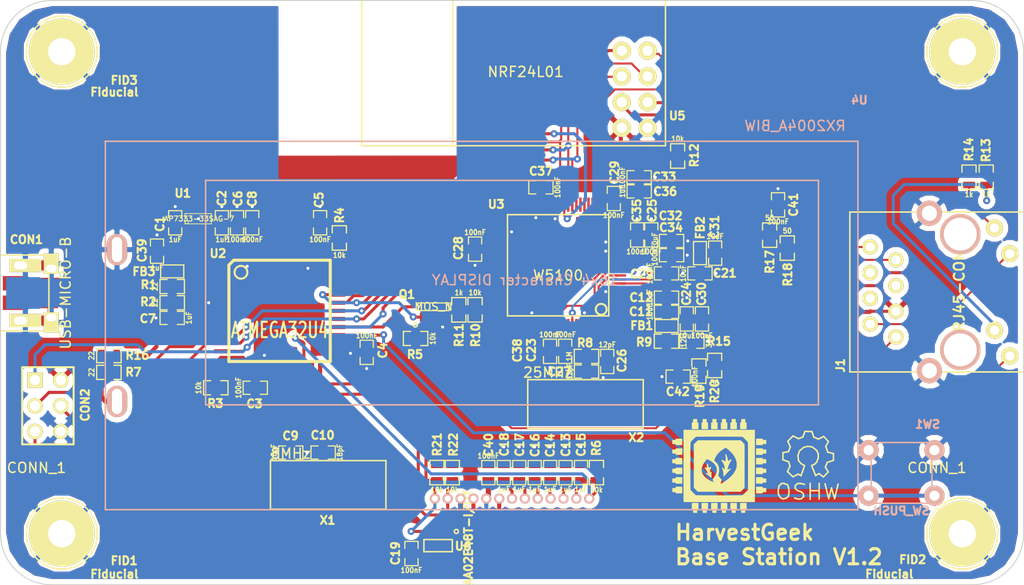
<source format=kicad_pcb>
(kicad_pcb (version 4) (host pcbnew "(2015-01-16 BZR 5376)-product")
  (title_block (title "Base Station PCB") (rev 1.1) (company "Harvest Geek") (comment 1 "Inital Design: M. Stephan") (comment 2 "Modifications: R. Gifford"))
  (layers (0 Dessus.Cu signal hide) (31 Dessous.Cu signal hide) (34 B.Paste user hide) (35 F.Paste user hide) (36 B.SilkS user hide) (37 F.SilkS user) (38 B.Mask user hide) (39 F.Mask user hide) (44 Edge.Cuts user))
  (net 0 "")
  (net 1 +1.8V)
  (net 2 +3.3V)
  (net 3 +5V)
  (net 4 /ETH_nRST)
  (net 5 /LCD_SCL)
  (net 6 /LCD_SDA)
  (net 7 /LCD_nRST)
  (net 8 /NRF_CE)
  (net 9 /NRF_CSN)
  (net 10 /NRF_IRQ)
  (net 11 /SEN)
  (net 12 /SPI_MISO)
  (net 13 /SPI_MOSI)
  (net 14 /SPI_SCK)
  (net 15 /SPI_nSS)
  (net 16 /SWITCH)
  (net 17 /USB_D+)
  (net 18 /USB_D-)
  (net 19 /nRESET)
  (net 20 GND)
  (net 21 "Net-(C7-Pad1)")
  (net 22 "Net-(C8-Pad1)")
  (net 23 "Net-(C9-Pad1)")
  (net 24 "Net-(C10-Pad1)")
  (net 25 "Net-(C11-Pad1)")
  (net 26 "Net-(C13-Pad1)")
  (net 27 "Net-(C14-Pad1)")
  (net 28 "Net-(C15-Pad1)")
  (net 29 "Net-(C16-Pad1)")
  (net 30 "Net-(C17-Pad1)")
  (net 31 "Net-(C18-Pad1)")
  (net 32 "Net-(C21-Pad1)")
  (net 33 "Net-(C26-Pad1)")
  (net 34 "Net-(C27-Pad1)")
  (net 35 "Net-(C39-Pad1)")
  (net 36 "Net-(C41-Pad1)")
  (net 37 "Net-(C42-Pad1)")
  (net 38 "Net-(CON1-Pad2)")
  (net 39 "Net-(CON1-Pad3)")
  (net 40 "Net-(CON1-Pad4)")
  (net 41 "Net-(J1-PadR1)")
  (net 42 "Net-(J1-PadR2)")
  (net 43 "Net-(J1-PadR7)")
  (net 44 "Net-(J1-PadR8)")
  (net 45 "Net-(J1-PadL1)")
  (net 46 "Net-(J1-PadL2)")
  (net 47 "Net-(J1-PadL3)")
  (net 48 "Net-(J1-PadL4)")
  (net 49 "Net-(R4-Pad1)")
  (net 50 "Net-(R16-Pad1)")
  (net 51 "Net-(R15-Pad2)")
  (net 52 "Net-(R9-Pad2)")
  (net 53 "Net-(U2-Pad39)")
  (net 54 "Net-(U2-Pad40)")
  (net 55 "Net-(U2-Pad41)")
  (net 56 "Net-(U2-Pad38)")
  (net 57 "Net-(U2-Pad37)")
  (net 58 "Net-(U2-Pad36)")
  (net 59 "Net-(U2-Pad12)")
  (net 60 "Net-(U2-Pad21)")
  (net 61 "Net-(U2-Pad22)")
  (net 62 "Net-(U2-Pad28)")
  (net 63 "Net-(U2-Pad27)")
  (net 64 "Net-(U2-Pad8)")
  (net 65 "Net-(U2-Pad1)")
  (net 66 "Net-(U3-Pad3)")
  (net 67 "Net-(U3-Pad19)")
  (net 68 "Net-(U3-Pad20)")
  (net 69 "Net-(U3-Pad21)")
  (net 70 "Net-(U3-Pad22)")
  (net 71 "Net-(U3-Pad23)")
  (net 72 "Net-(U3-Pad24)")
  (net 73 "Net-(U3-Pad25)")
  (net 74 "Net-(U3-Pad26)")
  (net 75 "Net-(U3-Pad38)")
  (net 76 "Net-(U3-Pad39)")
  (net 77 "Net-(U3-Pad40)")
  (net 78 "Net-(U3-Pad41)")
  (net 79 "Net-(U3-Pad42)")
  (net 80 "Net-(U3-Pad45)")
  (net 81 "Net-(U3-Pad46)")
  (net 82 "Net-(U3-Pad47)")
  (net 83 "Net-(U3-Pad48)")
  (net 84 "Net-(U3-Pad49)")
  (net 85 "Net-(U3-Pad50)")
  (net 86 "Net-(U3-Pad51)")
  (net 87 "Net-(U3-Pad52)")
  (net 88 "Net-(U3-Pad53)")
  (net 89 "Net-(U3-Pad54)")
  (net 90 "Net-(U3-Pad60)")
  (net 91 "Net-(U3-Pad61)")
  (net 92 "Net-(U3-Pad62)")
  (net 93 "Net-(U3-Pad67)")
  (net 94 "Net-(U3-Pad71)")
  (net 95 "Net-(U3-Pad72)")
  (net 96 "Net-(U3-Pad73)")
  (net 97 "Net-(U3-Pad78)")
  (net 98 "Net-(U3-Pad79)")
  (net 99 "Net-(U3-Pad80)")
  (net 100 "Net-(U6-Pad5)")
  (module BasestationFP:SM0603_Capa (layer Dessus.Cu) (at 129.82 125.09 90)
    (fp_text reference C19 (at 0.017482 -1.58 90) (layer F.SilkS) (effects (font (size 0.8 0.8) (thickness 0.2))))
    (fp_text value 100nF (at -1.651 0 180) (layer F.SilkS) (effects (font (size 0.508 0.4572) (thickness 0.1143))))
    (pad 1 smd rect (at -0.762 0 90) (size 0.635 1.143) (layers Dessus.Cu F.Paste F.Mask) (net 2 +3.3V))
    (pad 2 smd rect (at 0.762 0 90) (size 0.635 1.143) (layers Dessus.Cu F.Paste F.Mask) (net 20 GND))
  )
  (module BasestationFP:HOLE_FIX_HAMMOND (layer Dessus.Cu) (at 184.200008 123.122518)
    (fp_text reference P2 hide)
    (fp_text value CONN_1 (at -2.5 -6.5) (layer F.SilkS))
    (pad 1 thru_hole circle (at 0 0) (size 6.5 6.5) (drill 2.7) (layers *.Cu *.Mask F.SilkS) (net 20 GND))
  )
  (module BasestationFP:HOLE_FIX_HAMMOND (layer Dessus.Cu) (at 184.200008 75.497518)
    (fp_text reference P3 hide)
    (fp_text value CONN_1 (at -2.5 -6.5) (layer F.SilkS))
    (pad 1 thru_hole circle (at 0 0) (size 6.5 6.5) (drill 2.7) (layers *.Cu *.Mask F.SilkS) (net 20 GND))
  )
  (module BasestationFP:HOLE_FIX_HAMMOND (layer Dessus.Cu) (at 95.300008 75.497518)
    (fp_text reference P4 hide)
    (fp_text value CONN_1 (at -2.5 -6.5) (layer F.SilkS))
    (pad 1 thru_hole circle (at 0 0) (size 6.5 6.5) (drill 2.7) (layers *.Cu *.Mask F.SilkS) (net 20 GND))
  )
  (module BasestationFP:Fiducial (layer Dessus.Cu) (at 101.5 123.122518)
    (fp_text reference FID1 (at -0.04 2.68) (layer F.SilkS) (effects (font (size 0.8 0.8) (thickness 0.2))))
    (fp_text value Fiducial (at -1 4) (layer F.SilkS) (effects (font (size 0.8 0.8) (thickness 0.2))))
    (pad 1 smd circle (at 0 0) (size 1 1) (layers Dessus.Cu F.Mask) (clearance 0.5))
  )
  (module BasestationFP:Fiducial (layer Dessus.Cu) (at 178 123.122518)
    (fp_text reference FID2 (at 1.3 2.57) (layer F.SilkS) (effects (font (size 0.8 0.8) (thickness 0.2))))
    (fp_text value Fiducial (at -1 4) (layer F.SilkS) (effects (font (size 0.8 0.8) (thickness 0.2))))
    (pad 1 smd circle (at 0 0) (size 1 1) (layers Dessus.Cu F.Mask) (clearance 0.5))
  )
  (module BasestationFP:Fiducial (layer Dessus.Cu) (at 101.5 75.497518)
    (fp_text reference FID3 (at -0.04 2.835) (layer F.SilkS) (effects (font (size 0.8 0.8) (thickness 0.2))))
    (fp_text value Fiducial (at -1 4) (layer F.SilkS) (effects (font (size 0.8 0.8) (thickness 0.2))))
    (pad 1 smd circle (at 0 0) (size 1 1) (layers Dessus.Cu F.Mask) (clearance 0.5))
  )
  (module BasestationFP:SOT-23-5_24AA02E48T (layer Dessus.Cu) (at 132.45 124.31 270)
    (fp_text reference U6 (at 0.052518 -2.48 360) (layer F.SilkS) (effects (font (size 0.8 0.8) (thickness 0.2))))
    (fp_text value 24AA02E48T-I/OT (at 0 -3 270) (layer F.SilkS) (effects (font (size 0.8 0.8) (thickness 0.2))))
    (pad 1 smd rect (at -1.4 -0.95 180) (size 0.6 1.1) (layers Dessus.Cu F.Paste F.Mask) (net 5 /LCD_SCL))
    (pad 2 smd rect (at -1.4 0 180) (size 0.6 1.1) (layers Dessus.Cu F.Paste F.Mask) (net 20 GND))
    (pad 3 smd rect (at -1.4 0.95 180) (size 0.6 1.1) (layers Dessus.Cu F.Paste F.Mask) (net 6 /LCD_SDA))
    (pad 4 smd rect (at 1.4 0.95 180) (size 0.6 1.1) (layers Dessus.Cu F.Paste F.Mask) (net 2 +3.3V))
    (pad 5 smd rect (at 1.4 -0.95 180) (size 0.6 1.1) (layers Dessus.Cu F.Paste F.Mask) (net 100 "Net-(U6-Pad5)"))
  )
  (module BasestationFP:SOT23GDS (layer Dessus.Cu) (at 132 100.71 90)
    (fp_text reference Q1 (at 1.217482 -2.63 180) (layer F.SilkS) (effects (font (size 0.8 0.8) (thickness 0.2))))
    (fp_text value MOS_N (at 0 0 180) (layer F.SilkS) (effects (font (size 0.762 0.762) (thickness 0.12954))))
    (pad S smd rect (at -1.016 0.889 180) (size 0.9144 0.9144) (layers Dessus.Cu F.Paste F.Mask) (net 20 GND))
    (pad G smd rect (at -1.016 -0.889 180) (size 0.9144 0.9144) (layers Dessus.Cu F.Paste F.Mask) (net 15 /SPI_nSS))
    (pad D smd rect (at 1.016 0 180) (size 0.9144 0.9144) (layers Dessus.Cu F.Paste F.Mask) (net 11 /SEN))
  )
  (module BasestationFP:SOT23 (layer Dessus.Cu) (at 108.8 92.01 90)
    (fp_text reference U1 (at 2.517482 -1.55 360) (layer F.SilkS) (effects (font (size 0.8 0.8) (thickness 0.2))))
    (fp_text value AP7333-33SAG-7 (at 0 0.0635 360) (layer F.SilkS) (effects (font (size 0.50038 0.50038) (thickness 0.09906))))
    (pad 3 smd rect (at 1.09982 0) (size 0.8001 1.00076) (layers Dessus.Cu F.Paste F.Mask) (net 20 GND))
    (pad 2 smd rect (at -1.09982 0.9525) (size 0.8001 1.00076) (layers Dessus.Cu F.Paste F.Mask) (net 2 +3.3V))
    (pad 1 smd rect (at -1.09982 -0.9525) (size 0.8001 1.00076) (layers Dessus.Cu F.Paste F.Mask) (net 3 +5V))
  )
  (module BasestationFP:SM0603_Capa (layer Dessus.Cu) (at 106.5 92.41 90)
    (fp_text reference C1 (at -0.102518 -1.51 90) (layer F.SilkS) (effects (font (size 0.8 0.8) (thickness 0.2))))
    (fp_text value 1uF (at -1.651 0 180) (layer F.SilkS) (effects (font (size 0.508 0.4572) (thickness 0.1143))))
    (pad 1 smd rect (at -0.762 0 90) (size 0.635 1.143) (layers Dessus.Cu F.Paste F.Mask) (net 3 +5V))
    (pad 2 smd rect (at 0.762 0 90) (size 0.635 1.143) (layers Dessus.Cu F.Paste F.Mask) (net 20 GND))
  )
  (module BasestationFP:SM0603_Capa (layer Dessus.Cu) (at 111.1 92.41 90)
    (fp_text reference C2 (at 2.417482 0.01 90) (layer F.SilkS) (effects (font (size 0.8 0.8) (thickness 0.2))))
    (fp_text value 1uF (at -1.651 0 180) (layer F.SilkS) (effects (font (size 0.508 0.4572) (thickness 0.1143))))
    (pad 1 smd rect (at -0.762 0 90) (size 0.635 1.143) (layers Dessus.Cu F.Paste F.Mask) (net 2 +3.3V))
    (pad 2 smd rect (at 0.762 0 90) (size 0.635 1.143) (layers Dessus.Cu F.Paste F.Mask) (net 20 GND))
  )
  (module BasestationFP:SM0603_Capa (layer Dessus.Cu) (at 114.4 108.71)
    (fp_text reference C3 (at -0.07 1.582518) (layer F.SilkS) (effects (font (size 0.8 0.8) (thickness 0.2))))
    (fp_text value 100nF (at -1.651 0 90) (layer F.SilkS) (effects (font (size 0.508 0.4572) (thickness 0.1143))))
    (pad 1 smd rect (at -0.762 0) (size 0.635 1.143) (layers Dessus.Cu F.Paste F.Mask) (net 2 +3.3V))
    (pad 2 smd rect (at 0.762 0) (size 0.635 1.143) (layers Dessus.Cu F.Paste F.Mask) (net 20 GND))
  )
  (module BasestationFP:SM0603_Capa (layer Dessus.Cu) (at 125.4 105.21 270)
    (fp_text reference C4 (at -0.187482 -1.59 270) (layer F.SilkS) (effects (font (size 0.8 0.8) (thickness 0.2))))
    (fp_text value 100nF (at -1.651 0 360) (layer F.SilkS) (effects (font (size 0.508 0.4572) (thickness 0.1143))))
    (pad 1 smd rect (at -0.762 0 270) (size 0.635 1.143) (layers Dessus.Cu F.Paste F.Mask) (net 2 +3.3V))
    (pad 2 smd rect (at 0.762 0 270) (size 0.635 1.143) (layers Dessus.Cu F.Paste F.Mask) (net 20 GND))
  )
  (module BasestationFP:SM0603_Capa (layer Dessus.Cu) (at 120.8 92.41 90)
    (fp_text reference C5 (at 2.267482 -0.1 90) (layer F.SilkS) (effects (font (size 0.8 0.8) (thickness 0.2))))
    (fp_text value 100nF (at -1.651 0 180) (layer F.SilkS) (effects (font (size 0.508 0.4572) (thickness 0.1143))))
    (pad 1 smd rect (at -0.762 0 90) (size 0.635 1.143) (layers Dessus.Cu F.Paste F.Mask) (net 2 +3.3V))
    (pad 2 smd rect (at 0.762 0 90) (size 0.635 1.143) (layers Dessus.Cu F.Paste F.Mask) (net 20 GND))
  )
  (module BasestationFP:SM0603_Capa (layer Dessus.Cu) (at 112.6 92.41 90)
    (fp_text reference C6 (at 2.387482 0.09 90) (layer F.SilkS) (effects (font (size 0.8 0.8) (thickness 0.2))))
    (fp_text value 100nF (at -1.651 0 180) (layer F.SilkS) (effects (font (size 0.508 0.4572) (thickness 0.1143))))
    (pad 1 smd rect (at -0.762 0 90) (size 0.635 1.143) (layers Dessus.Cu F.Paste F.Mask) (net 2 +3.3V))
    (pad 2 smd rect (at 0.762 0 90) (size 0.635 1.143) (layers Dessus.Cu F.Paste F.Mask) (net 20 GND))
  )
  (module BasestationFP:SM0603_Capa (layer Dessus.Cu) (at 106.2 101.81 180)
    (fp_text reference C7 (at 2.41 -0.072518 180) (layer F.SilkS) (effects (font (size 0.8 0.8) (thickness 0.2))))
    (fp_text value 1uF (at -1.651 0 270) (layer F.SilkS) (effects (font (size 0.508 0.4572) (thickness 0.1143))))
    (pad 1 smd rect (at -0.762 0 180) (size 0.635 1.143) (layers Dessus.Cu F.Paste F.Mask) (net 21 "Net-(C7-Pad1)"))
    (pad 2 smd rect (at 0.762 0 180) (size 0.635 1.143) (layers Dessus.Cu F.Paste F.Mask) (net 20 GND))
  )
  (module BasestationFP:SM0603_Capa (layer Dessus.Cu) (at 114.1 92.41 90)
    (fp_text reference C8 (at 2.367482 0 90) (layer F.SilkS) (effects (font (size 0.8 0.8) (thickness 0.2))))
    (fp_text value 100nF (at -1.651 0 180) (layer F.SilkS) (effects (font (size 0.508 0.4572) (thickness 0.1143))))
    (pad 1 smd rect (at -0.762 0 90) (size 0.635 1.143) (layers Dessus.Cu F.Paste F.Mask) (net 22 "Net-(C8-Pad1)"))
    (pad 2 smd rect (at 0.762 0 90) (size 0.635 1.143) (layers Dessus.Cu F.Paste F.Mask) (net 20 GND))
  )
  (module BasestationFP:SM0603_Capa (layer Dessus.Cu) (at 117.9 115.11)
    (fp_text reference C9 (at -0.02 -1.647482) (layer F.SilkS) (effects (font (size 0.8 0.8) (thickness 0.2))))
    (fp_text value 18pF (at -1.651 0 90) (layer F.SilkS) (effects (font (size 0.508 0.4572) (thickness 0.1143))))
    (pad 1 smd rect (at -0.762 0) (size 0.635 1.143) (layers Dessus.Cu F.Paste F.Mask) (net 23 "Net-(C9-Pad1)"))
    (pad 2 smd rect (at 0.762 0) (size 0.635 1.143) (layers Dessus.Cu F.Paste F.Mask) (net 20 GND))
  )
  (module BasestationFP:SM0603_Capa (layer Dessus.Cu) (at 121.1 115.11 180)
    (fp_text reference C10 (at 0.05 1.707482 180) (layer F.SilkS) (effects (font (size 0.8 0.8) (thickness 0.2))))
    (fp_text value 18pF (at -1.651 0 270) (layer F.SilkS) (effects (font (size 0.508 0.4572) (thickness 0.1143))))
    (pad 1 smd rect (at -0.762 0 180) (size 0.635 1.143) (layers Dessus.Cu F.Paste F.Mask) (net 24 "Net-(C10-Pad1)"))
    (pad 2 smd rect (at 0.762 0 180) (size 0.635 1.143) (layers Dessus.Cu F.Paste F.Mask) (net 20 GND))
  )
  (module BasestationFP:SM0603_Capa (layer Dessus.Cu) (at 155 101.21)
    (fp_text reference C11 (at -2.52 -0.017482) (layer F.SilkS) (effects (font (size 0.8 0.8) (thickness 0.2))))
    (fp_text value 10uF (at -1.651 0 90) (layer F.SilkS) (effects (font (size 0.508 0.4572) (thickness 0.1143))))
    (pad 1 smd rect (at -0.762 0) (size 0.635 1.143) (layers Dessus.Cu F.Paste F.Mask) (net 25 "Net-(C11-Pad1)"))
    (pad 2 smd rect (at 0.762 0) (size 0.635 1.143) (layers Dessus.Cu F.Paste F.Mask) (net 20 GND))
  )
  (module BasestationFP:SM0603_Capa (layer Dessus.Cu) (at 155 99.81)
    (fp_text reference C12 (at -2.48 -0.017482) (layer F.SilkS) (effects (font (size 0.8 0.8) (thickness 0.2))))
    (fp_text value 10nF (at -1.651 0 90) (layer F.SilkS) (effects (font (size 0.508 0.4572) (thickness 0.1143))))
    (pad 1 smd rect (at -0.762 0) (size 0.635 1.143) (layers Dessus.Cu F.Paste F.Mask) (net 25 "Net-(C11-Pad1)"))
    (pad 2 smd rect (at 0.762 0) (size 0.635 1.143) (layers Dessus.Cu F.Paste F.Mask) (net 20 GND))
  )
  (module BasestationFP:SM0603_Capa (layer Dessus.Cu) (at 145.034 117.094 90)
    (fp_text reference C13 (at 2.731482 0.026 90) (layer F.SilkS) (effects (font (size 0.8 0.8) (thickness 0.2))))
    (fp_text value 1uF (at -1.651 0 180) (layer F.SilkS) (effects (font (size 0.508 0.4572) (thickness 0.1143))))
    (pad 1 smd rect (at -0.762 0 90) (size 0.635 1.143) (layers Dessus.Cu F.Paste F.Mask) (net 26 "Net-(C13-Pad1)"))
    (pad 2 smd rect (at 0.762 0 90) (size 0.635 1.143) (layers Dessus.Cu F.Paste F.Mask) (net 20 GND))
  )
  (module BasestationFP:SM0603_Capa (layer Dessus.Cu) (at 143.51 117.094 90)
    (fp_text reference C14 (at 2.691482 0.01 90) (layer F.SilkS) (effects (font (size 0.8 0.8) (thickness 0.2))))
    (fp_text value 1uF (at -1.651 0 180) (layer F.SilkS) (effects (font (size 0.508 0.4572) (thickness 0.1143))))
    (pad 1 smd rect (at -0.762 0 90) (size 0.635 1.143) (layers Dessus.Cu F.Paste F.Mask) (net 27 "Net-(C14-Pad1)"))
    (pad 2 smd rect (at 0.762 0 90) (size 0.635 1.143) (layers Dessus.Cu F.Paste F.Mask) (net 20 GND))
  )
  (module BasestationFP:SM0603_Capa (layer Dessus.Cu) (at 146.558 117.094 90)
    (fp_text reference C15 (at 2.751482 0.012 90) (layer F.SilkS) (effects (font (size 0.8 0.8) (thickness 0.2))))
    (fp_text value 1uF (at -1.651 0 180) (layer F.SilkS) (effects (font (size 0.508 0.4572) (thickness 0.1143))))
    (pad 1 smd rect (at -0.762 0 90) (size 0.635 1.143) (layers Dessus.Cu F.Paste F.Mask) (net 28 "Net-(C15-Pad1)"))
    (pad 2 smd rect (at 0.762 0 90) (size 0.635 1.143) (layers Dessus.Cu F.Paste F.Mask) (net 20 GND))
  )
  (module BasestationFP:SM0603_Capa (layer Dessus.Cu) (at 141.986 117.094 90)
    (fp_text reference C16 (at 2.711482 0.034 90) (layer F.SilkS) (effects (font (size 0.8 0.8) (thickness 0.2))))
    (fp_text value 1uF (at -1.651 0 180) (layer F.SilkS) (effects (font (size 0.508 0.4572) (thickness 0.1143))))
    (pad 1 smd rect (at -0.762 0 90) (size 0.635 1.143) (layers Dessus.Cu F.Paste F.Mask) (net 29 "Net-(C16-Pad1)"))
    (pad 2 smd rect (at 0.762 0 90) (size 0.635 1.143) (layers Dessus.Cu F.Paste F.Mask) (net 20 GND))
  )
  (module BasestationFP:SM0603_Capa (layer Dessus.Cu) (at 140.462 117.094 90)
    (fp_text reference C17 (at 2.751482 0.048 90) (layer F.SilkS) (effects (font (size 0.8 0.8) (thickness 0.2))))
    (fp_text value 1uF (at -1.651 0 180) (layer F.SilkS) (effects (font (size 0.508 0.4572) (thickness 0.1143))))
    (pad 1 smd rect (at -0.762 0 90) (size 0.635 1.143) (layers Dessus.Cu F.Paste F.Mask) (net 30 "Net-(C17-Pad1)"))
    (pad 2 smd rect (at 0.762 0 90) (size 0.635 1.143) (layers Dessus.Cu F.Paste F.Mask) (net 20 GND))
  )
  (module BasestationFP:SM0603_Capa (layer Dessus.Cu) (at 138.938 117.094 90)
    (fp_text reference C18 (at 2.771482 0.052 90) (layer F.SilkS) (effects (font (size 0.8 0.8) (thickness 0.2))))
    (fp_text value 1uF (at -1.651 0 180) (layer F.SilkS) (effects (font (size 0.508 0.4572) (thickness 0.1143))))
    (pad 1 smd rect (at -0.762 0 90) (size 0.635 1.143) (layers Dessus.Cu F.Paste F.Mask) (net 31 "Net-(C18-Pad1)"))
    (pad 2 smd rect (at 0.762 0 90) (size 0.635 1.143) (layers Dessus.Cu F.Paste F.Mask) (net 20 GND))
  )
  (module BasestationFP:SM0603_Capa (layer Dessus.Cu) (at 158.3 97.41)
    (fp_text reference C21 (at 2.45 -0.017482) (layer F.SilkS) (effects (font (size 0.8 0.8) (thickness 0.2))))
    (fp_text value 10uF (at -1.651 0 90) (layer F.SilkS) (effects (font (size 0.508 0.4572) (thickness 0.1143))))
    (pad 1 smd rect (at -0.762 0) (size 0.635 1.143) (layers Dessus.Cu F.Paste F.Mask) (net 32 "Net-(C21-Pad1)"))
    (pad 2 smd rect (at 0.762 0) (size 0.635 1.143) (layers Dessus.Cu F.Paste F.Mask) (net 20 GND))
  )
  (module BasestationFP:SM0603_Capa (layer Dessus.Cu) (at 155 97.41)
    (fp_text reference C22 (at -2.42 0.062518) (layer F.SilkS) (effects (font (size 0.8 0.8) (thickness 0.2))))
    (fp_text value 100nF (at -1.651 0 90) (layer F.SilkS) (effects (font (size 0.508 0.4572) (thickness 0.1143))))
    (pad 1 smd rect (at -0.762 0) (size 0.635 1.143) (layers Dessus.Cu F.Paste F.Mask) (net 32 "Net-(C21-Pad1)"))
    (pad 2 smd rect (at 0.762 0) (size 0.635 1.143) (layers Dessus.Cu F.Paste F.Mask) (net 20 GND))
  )
  (module BasestationFP:SM0603_Capa (layer Dessus.Cu) (at 145 105.11 270)
    (fp_text reference C23 (at -0.117482 3.34 270) (layer F.SilkS) (effects (font (size 0.8 0.8) (thickness 0.2))))
    (fp_text value 100nF (at -1.651 0 360) (layer F.SilkS) (effects (font (size 0.508 0.4572) (thickness 0.1143))))
    (pad 1 smd rect (at -0.762 0 270) (size 0.635 1.143) (layers Dessus.Cu F.Paste F.Mask) (net 32 "Net-(C21-Pad1)"))
    (pad 2 smd rect (at 0.762 0 270) (size 0.635 1.143) (layers Dessus.Cu F.Paste F.Mask) (net 20 GND))
  )
  (module BasestationFP:SM0603_Capa (layer Dessus.Cu) (at 157 101.91 90)
    (fp_text reference C24 (at 2.487482 -0.03 90) (layer F.SilkS) (effects (font (size 0.8 0.8) (thickness 0.2))))
    (fp_text value 10uF (at -1.651 0 180) (layer F.SilkS) (effects (font (size 0.508 0.4572) (thickness 0.1143))))
    (pad 1 smd rect (at -0.762 0 90) (size 0.635 1.143) (layers Dessus.Cu F.Paste F.Mask) (net 2 +3.3V))
    (pad 2 smd rect (at 0.762 0 90) (size 0.635 1.143) (layers Dessus.Cu F.Paste F.Mask) (net 20 GND))
  )
  (module BasestationFP:SM0603_Capa (layer Dessus.Cu) (at 153.5 93.61 90)
    (fp_text reference C25 (at 2.397482 0.08 90) (layer F.SilkS) (effects (font (size 0.8 0.8) (thickness 0.2))))
    (fp_text value 100nF (at -1.651 0 180) (layer F.SilkS) (effects (font (size 0.508 0.4572) (thickness 0.1143))))
    (pad 1 smd rect (at -0.762 0 90) (size 0.635 1.143) (layers Dessus.Cu F.Paste F.Mask) (net 2 +3.3V))
    (pad 2 smd rect (at 0.762 0 90) (size 0.635 1.143) (layers Dessus.Cu F.Paste F.Mask) (net 20 GND))
  )
  (module BasestationFP:SM0603_Capa (layer Dessus.Cu) (at 149.15 106.11 270)
    (fp_text reference C26 (at -0.087482 -1.45 270) (layer F.SilkS) (effects (font (size 0.8 0.8) (thickness 0.2))))
    (fp_text value 12pF (at -1.651 0 360) (layer F.SilkS) (effects (font (size 0.508 0.4572) (thickness 0.1143))))
    (pad 1 smd rect (at -0.762 0 270) (size 0.635 1.143) (layers Dessus.Cu F.Paste F.Mask) (net 33 "Net-(C26-Pad1)"))
    (pad 2 smd rect (at 0.762 0 270) (size 0.635 1.143) (layers Dessus.Cu F.Paste F.Mask) (net 20 GND))
  )
  (module BasestationFP:SM0603_Capa (layer Dessus.Cu) (at 147.1 107.11)
    (fp_text reference C27 (at -2.66 0.022518) (layer F.SilkS) (effects (font (size 0.8 0.8) (thickness 0.2))))
    (fp_text value 12pF (at -1.651 0 90) (layer F.SilkS) (effects (font (size 0.508 0.4572) (thickness 0.1143))))
    (pad 1 smd rect (at -0.762 0) (size 0.635 1.143) (layers Dessus.Cu F.Paste F.Mask) (net 34 "Net-(C27-Pad1)"))
    (pad 2 smd rect (at 0.762 0) (size 0.635 1.143) (layers Dessus.Cu F.Paste F.Mask) (net 20 GND))
  )
  (module BasestationFP:SM0603_Capa (layer Dessus.Cu) (at 136.1 95.01 270)
    (fp_text reference C28 (at -0.097482 1.64 270) (layer F.SilkS) (effects (font (size 0.8 0.8) (thickness 0.2))))
    (fp_text value 100nF (at -1.651 0 360) (layer F.SilkS) (effects (font (size 0.508 0.4572) (thickness 0.1143))))
    (pad 1 smd rect (at -0.762 0 270) (size 0.635 1.143) (layers Dessus.Cu F.Paste F.Mask) (net 2 +3.3V))
    (pad 2 smd rect (at 0.762 0 270) (size 0.635 1.143) (layers Dessus.Cu F.Paste F.Mask) (net 20 GND))
  )
  (module BasestationFP:SM0603_Capa (layer Dessus.Cu) (at 149.8 90.01 90)
    (fp_text reference C29 (at 2.567482 0.07 90) (layer F.SilkS) (effects (font (size 0.8 0.8) (thickness 0.2))))
    (fp_text value 100nF (at -1.651 0 180) (layer F.SilkS) (effects (font (size 0.508 0.4572) (thickness 0.1143))))
    (pad 1 smd rect (at -0.762 0 90) (size 0.635 1.143) (layers Dessus.Cu F.Paste F.Mask) (net 2 +3.3V))
    (pad 2 smd rect (at 0.762 0 90) (size 0.635 1.143) (layers Dessus.Cu F.Paste F.Mask) (net 20 GND))
  )
  (module BasestationFP:SM0603_Capa (layer Dessus.Cu) (at 158.5 101.91 90)
    (fp_text reference C30 (at 2.467482 -0.04 90) (layer F.SilkS) (effects (font (size 0.8 0.8) (thickness 0.2))))
    (fp_text value 100nF (at -1.651 0 180) (layer F.SilkS) (effects (font (size 0.508 0.4572) (thickness 0.1143))))
    (pad 1 smd rect (at -0.762 0 90) (size 0.635 1.143) (layers Dessus.Cu F.Paste F.Mask) (net 2 +3.3V))
    (pad 2 smd rect (at 0.762 0 90) (size 0.635 1.143) (layers Dessus.Cu F.Paste F.Mask) (net 20 GND))
  )
  (module BasestationFP:SM0603_Capa (layer Dessus.Cu) (at 159.8 95.41 270)
    (fp_text reference C31 (at -2.587482 0.04 270) (layer F.SilkS) (effects (font (size 0.8 0.8) (thickness 0.2))))
    (fp_text value 10uF (at -1.651 0 360) (layer F.SilkS) (effects (font (size 0.508 0.4572) (thickness 0.1143))))
    (pad 1 smd rect (at -0.762 0 270) (size 0.635 1.143) (layers Dessus.Cu F.Paste F.Mask) (net 1 +1.8V))
    (pad 2 smd rect (at 0.762 0 270) (size 0.635 1.143) (layers Dessus.Cu F.Paste F.Mask) (net 20 GND))
  )
  (module BasestationFP:SM0603_Capa (layer Dessus.Cu) (at 155.5 94.21)
    (fp_text reference C32 (at -0.09 -2.487482) (layer F.SilkS) (effects (font (size 0.8 0.8) (thickness 0.2))))
    (fp_text value 10uF (at -1.651 0 90) (layer F.SilkS) (effects (font (size 0.508 0.4572) (thickness 0.1143))))
    (pad 1 smd rect (at -0.762 0) (size 0.635 1.143) (layers Dessus.Cu F.Paste F.Mask) (net 1 +1.8V))
    (pad 2 smd rect (at 0.762 0) (size 0.635 1.143) (layers Dessus.Cu F.Paste F.Mask) (net 20 GND))
  )
  (module BasestationFP:SM0603_Capa (layer Dessus.Cu) (at 152.3 87.91)
    (fp_text reference C33 (at 2.49 -0.037482) (layer F.SilkS) (effects (font (size 0.8 0.8) (thickness 0.2))))
    (fp_text value 100nF (at -1.651 0 90) (layer F.SilkS) (effects (font (size 0.508 0.4572) (thickness 0.1143))))
    (pad 1 smd rect (at -0.762 0) (size 0.635 1.143) (layers Dessus.Cu F.Paste F.Mask) (net 2 +3.3V))
    (pad 2 smd rect (at 0.762 0) (size 0.635 1.143) (layers Dessus.Cu F.Paste F.Mask) (net 20 GND))
  )
  (module BasestationFP:SM0603_Capa (layer Dessus.Cu) (at 155.5 95.61)
    (fp_text reference C34 (at -0.05 -2.727482) (layer F.SilkS) (effects (font (size 0.8 0.8) (thickness 0.2))))
    (fp_text value 100nF (at -1.651 0 90) (layer F.SilkS) (effects (font (size 0.508 0.4572) (thickness 0.1143))))
    (pad 1 smd rect (at -0.762 0) (size 0.635 1.143) (layers Dessus.Cu F.Paste F.Mask) (net 1 +1.8V))
    (pad 2 smd rect (at 0.762 0) (size 0.635 1.143) (layers Dessus.Cu F.Paste F.Mask) (net 20 GND))
  )
  (module BasestationFP:SM0603_Capa (layer Dessus.Cu) (at 152.1 93.61 90)
    (fp_text reference C35 (at 2.397482 -0.03 90) (layer F.SilkS) (effects (font (size 0.8 0.8) (thickness 0.2))))
    (fp_text value 100nF (at -1.651 0 180) (layer F.SilkS) (effects (font (size 0.508 0.4572) (thickness 0.1143))))
    (pad 1 smd rect (at -0.762 0 90) (size 0.635 1.143) (layers Dessus.Cu F.Paste F.Mask) (net 1 +1.8V))
    (pad 2 smd rect (at 0.762 0 90) (size 0.635 1.143) (layers Dessus.Cu F.Paste F.Mask) (net 20 GND))
  )
  (module BasestationFP:SM0603_Capa (layer Dessus.Cu) (at 152.3 89.31)
    (fp_text reference C36 (at 2.57 0.012518) (layer F.SilkS) (effects (font (size 0.8 0.8) (thickness 0.2))))
    (fp_text value 1uF (at -1.651 0 90) (layer F.SilkS) (effects (font (size 0.508 0.4572) (thickness 0.1143))))
    (pad 1 smd rect (at -0.762 0) (size 0.635 1.143) (layers Dessus.Cu F.Paste F.Mask) (net 2 +3.3V))
    (pad 2 smd rect (at 0.762 0) (size 0.635 1.143) (layers Dessus.Cu F.Paste F.Mask) (net 20 GND))
  )
  (module BasestationFP:SM0603_Capa (layer Dessus.Cu) (at 142.6 88.91 180)
    (fp_text reference C37 (at -0.01 1.597482 180) (layer F.SilkS) (effects (font (size 0.8 0.8) (thickness 0.2))))
    (fp_text value 100nF (at -1.651 0 270) (layer F.SilkS) (effects (font (size 0.508 0.4572) (thickness 0.1143))))
    (pad 1 smd rect (at -0.762 0 180) (size 0.635 1.143) (layers Dessus.Cu F.Paste F.Mask) (net 1 +1.8V))
    (pad 2 smd rect (at 0.762 0 180) (size 0.635 1.143) (layers Dessus.Cu F.Paste F.Mask) (net 20 GND))
  )
  (module BasestationFP:SM0603_Capa (layer Dessus.Cu) (at 143.5 105.11 270)
    (fp_text reference C38 (at -0.087482 3.22 270) (layer F.SilkS) (effects (font (size 0.8 0.8) (thickness 0.2))))
    (fp_text value 100nF (at -1.651 0 360) (layer F.SilkS) (effects (font (size 0.508 0.4572) (thickness 0.1143))))
    (pad 1 smd rect (at -0.762 0 270) (size 0.635 1.143) (layers Dessus.Cu F.Paste F.Mask) (net 1 +1.8V))
    (pad 2 smd rect (at 0.762 0 270) (size 0.635 1.143) (layers Dessus.Cu F.Paste F.Mask) (net 20 GND))
  )
  (module BasestationFP:SM0603_Capa (layer Dessus.Cu) (at 104.7 95.21 90)
    (fp_text reference C39 (at 0.067482 -1.47 90) (layer F.SilkS) (effects (font (size 0.8 0.8) (thickness 0.2))))
    (fp_text value 1uF (at -1.651 0 180) (layer F.SilkS) (effects (font (size 0.508 0.4572) (thickness 0.1143))))
    (pad 1 smd rect (at -0.762 0 90) (size 0.635 1.143) (layers Dessus.Cu F.Paste F.Mask) (net 35 "Net-(C39-Pad1)"))
    (pad 2 smd rect (at 0.762 0 90) (size 0.635 1.143) (layers Dessus.Cu F.Paste F.Mask) (net 20 GND))
  )
  (module BasestationFP:SM0603_Capa (layer Dessus.Cu) (at 137.414 117.094 270)
    (fp_text reference C40 (at -2.731482 -0.026 270) (layer F.SilkS) (effects (font (size 0.8 0.8) (thickness 0.2))))
    (fp_text value 100nF (at -1.651 0 360) (layer F.SilkS) (effects (font (size 0.508 0.4572) (thickness 0.1143))))
    (pad 1 smd rect (at -0.762 0 270) (size 0.635 1.143) (layers Dessus.Cu F.Paste F.Mask) (net 2 +3.3V))
    (pad 2 smd rect (at 0.762 0 270) (size 0.635 1.143) (layers Dessus.Cu F.Paste F.Mask) (net 20 GND))
  )
  (module BasestationFP:SM0603_Capa (layer Dessus.Cu) (at 166.01 90.64 90)
    (fp_text reference C41 (at 0.017482 1.53 90) (layer F.SilkS) (effects (font (size 0.8 0.8) (thickness 0.2))))
    (fp_text value 100nF (at -1.651 0 180) (layer F.SilkS) (effects (font (size 0.508 0.4572) (thickness 0.1143))))
    (pad 1 smd rect (at -0.762 0 90) (size 0.635 1.143) (layers Dessus.Cu F.Paste F.Mask) (net 36 "Net-(C41-Pad1)"))
    (pad 2 smd rect (at 0.762 0 90) (size 0.635 1.143) (layers Dessus.Cu F.Paste F.Mask) (net 20 GND))
  )
  (module BasestationFP:SM0603_Capa (layer Dessus.Cu) (at 156.15 107.61 180)
    (fp_text reference C42 (at 0.03 -1.482518 180) (layer F.SilkS) (effects (font (size 0.8 0.8) (thickness 0.2))))
    (fp_text value 100nF (at -1.651 0 270) (layer F.SilkS) (effects (font (size 0.508 0.4572) (thickness 0.1143))))
    (pad 1 smd rect (at -0.762 0 180) (size 0.635 1.143) (layers Dessus.Cu F.Paste F.Mask) (net 37 "Net-(C42-Pad1)"))
    (pad 2 smd rect (at 0.762 0 180) (size 0.635 1.143) (layers Dessus.Cu F.Paste F.Mask) (net 20 GND))
  )
  (module BasestationFP:con_microusb_10103594 (layer Dessus.Cu) (at 91.22867 99.34956 270)
    (fp_text reference CON1 (at -5.277042 -0.58133 360) (layer F.SilkS) (effects (font (size 0.8 0.8) (thickness 0.2))))
    (fp_text value USB-MICRO-B (at 0 -4.45 270) (layer F.SilkS))
    (pad 1 smd rect (at -1.3 -2.825 270) (size 0.4 1.75) (layers Dessus.Cu F.Paste F.Mask) (net 35 "Net-(C39-Pad1)"))
    (pad 2 smd rect (at -0.65 -2.825 270) (size 0.4 1.75) (layers Dessus.Cu F.Paste F.Mask) (net 38 "Net-(CON1-Pad2)"))
    (pad 3 smd rect (at 0 -2.825 270) (size 0.4 1.75) (layers Dessus.Cu F.Paste F.Mask) (net 39 "Net-(CON1-Pad3)"))
    (pad 4 smd rect (at 0.65 -2.825 270) (size 0.4 1.75) (layers Dessus.Cu F.Paste F.Mask) (net 40 "Net-(CON1-Pad4)"))
    (pad 5 smd rect (at 1.3 -2.825 270) (size 0.4 1.75) (layers Dessus.Cu F.Paste F.Mask) (net 20 GND))
    (pad 6 thru_hole rect (at -2.425 -3.03 270) (size 2 1.46) (drill oval 0.75 1.05 (offset -0.475 0)) (layers *.Cu *.Mask F.SilkS) (net 20 GND))
    (pad 7 thru_hole rect (at 2.425 -3.03 90) (size 2 1.46) (drill oval 0.75 1.05 (offset -0.475 0)) (layers *.Cu *.Mask F.SilkS) (net 20 GND))
    (pad 8 thru_hole rect (at -2.725 0 270) (size 1.3 3.15) (drill oval 0.8 1.3 (offset 0 -0.475)) (layers *.Cu *.Mask F.SilkS) (net 20 GND))
    (pad 9 thru_hole rect (at 2.725 0 270) (size 1.3 3.15) (drill oval 0.8 1.3 (offset 0 -0.475)) (layers *.Cu *.Mask F.SilkS) (net 20 GND))
    (pad 10 smd rect (at -0.9625 0.5 270) (size 1.425 2.5) (layers Dessus.Cu F.Paste F.Mask))
    (pad 11 smd rect (at 0.9625 0.5 270) (size 1.425 2.5) (layers Dessus.Cu F.Paste F.Mask))
  )
  (module BasestationFP:pin_array_3x2 (layer Dessus.Cu) (at 93.92894 110.48974 270)
    (fp_text reference CON2 (at -0.077222 -3.68106 270) (layer F.SilkS) (effects (font (size 0.8 0.8) (thickness 0.2))))
    (fp_text value AVR-ISP-6 hide)
    (pad 1 thru_hole rect (at -2.54 1.27 270) (size 1.524 1.524) (drill 1.016) (layers *.Cu *.Mask F.SilkS) (net 12 /SPI_MISO))
    (pad 2 thru_hole circle (at -2.54 -1.27 270) (size 1.524 1.524) (drill 1.016) (layers *.Cu *.Mask F.SilkS) (net 2 +3.3V))
    (pad 3 thru_hole circle (at 0 1.27 270) (size 1.524 1.524) (drill 1.016) (layers *.Cu *.Mask F.SilkS) (net 14 /SPI_SCK))
    (pad 4 thru_hole circle (at 0 -1.27 270) (size 1.524 1.524) (drill 1.016) (layers *.Cu *.Mask F.SilkS) (net 13 /SPI_MOSI))
    (pad 5 thru_hole circle (at 2.54 1.27 270) (size 1.524 1.524) (drill 1.016) (layers *.Cu *.Mask F.SilkS) (net 19 /nRESET))
    (pad 6 thru_hole circle (at 2.54 -1.27 270) (size 1.524 1.524) (drill 1.016) (layers *.Cu *.Mask F.SilkS) (net 20 GND))
  )
  (module BasestationFP:SM0603 (layer Dessus.Cu) (at 155 102.61 180)
    (fp_text reference FB1 (at 2.44 0.037482 180) (layer F.SilkS) (effects (font (size 0.8 0.8) (thickness 0.2))))
    (fp_text value FERRITE hide)
    (pad 1 smd rect (at -0.762 0 180) (size 0.635 1.143) (layers Dessus.Cu F.Paste F.Mask) (net 2 +3.3V))
    (pad 2 smd rect (at 0.762 0 180) (size 0.635 1.143) (layers Dessus.Cu F.Paste F.Mask) (net 25 "Net-(C11-Pad1)"))
  )
  (module BasestationFP:SM0603 (layer Dessus.Cu) (at 158.3 95.41 270)
    (fp_text reference FB2 (at -2.507482 -0.03 270) (layer F.SilkS) (effects (font (size 0.8 0.8) (thickness 0.2))))
    (fp_text value FERRITE hide)
    (pad 1 smd rect (at -0.762 0 270) (size 0.635 1.143) (layers Dessus.Cu F.Paste F.Mask) (net 1 +1.8V))
    (pad 2 smd rect (at 0.762 0 270) (size 0.635 1.143) (layers Dessus.Cu F.Paste F.Mask) (net 32 "Net-(C21-Pad1)"))
  )
  (module BasestationFP:SM0603 (layer Dessus.Cu) (at 106.2 97.21)
    (fp_text reference FB3 (at -2.79 0.022518) (layer F.SilkS) (effects (font (size 0.8 0.8) (thickness 0.2))))
    (fp_text value FERRITE hide)
    (pad 1 smd rect (at -0.762 0) (size 0.635 1.143) (layers Dessus.Cu F.Paste F.Mask) (net 35 "Net-(C39-Pad1)"))
    (pad 2 smd rect (at 0.762 0) (size 0.635 1.143) (layers Dessus.Cu F.Paste F.Mask) (net 3 +5V))
  )
  (module BasestationFP:CON_RJ45_TRANSFO (layer Dessus.Cu) (at 184 99.24796 90)
    (fp_text reference J1 (at -7.254558 -11.83 90) (layer F.SilkS) (effects (font (size 0.8 0.8) (thickness 0.2))))
    (fp_text value RJ45-CON (at 0.1 -0.1 90) (layer F.SilkS) (effects (font (size 1.00076 1.00076) (thickness 0.2032))))
    (pad Hole thru_hole circle (at 5.715 0 90) (size 4 4) (drill 3.25) (layers *.Cu *.SilkS *.Mask))
    (pad Hole thru_hole circle (at -5.715 0 90) (size 4 4) (drill 3.25) (layers *.Cu *.SilkS *.Mask))
    (pad R1 thru_hole circle (at -4.445 -6.35 90) (size 1.524 1.524) (drill 0.9) (layers *.Cu *.Mask F.SilkS) (net 41 "Net-(J1-PadR1)"))
    (pad R2 thru_hole circle (at -3.175 -8.89 90) (size 1.524 1.524) (drill 0.9) (layers *.Cu *.Mask F.SilkS) (net 42 "Net-(J1-PadR2)"))
    (pad R3 thru_hole circle (at -1.905 -6.35 90) (size 1.524 1.524) (drill 0.9) (layers *.Cu *.Mask F.SilkS) (net 2 +3.3V))
    (pad R4 thru_hole circle (at -0.635 -8.89 90) (size 1.524 1.524) (drill 0.9) (layers *.Cu *.Mask F.SilkS))
    (pad R5 thru_hole circle (at 0.635 -6.35 90) (size 1.524 1.524) (drill 0.9) (layers *.Cu *.Mask F.SilkS))
    (pad R6 thru_hole circle (at 1.905 -8.89 90) (size 1.524 1.524) (drill 0.9) (layers *.Cu *.Mask F.SilkS))
    (pad R7 thru_hole circle (at 3.175 -6.35 90) (size 1.524 1.524) (drill 0.9) (layers *.Cu *.Mask F.SilkS) (net 43 "Net-(J1-PadR7)"))
    (pad 2 thru_hole circle (at 7.775 -3.05 90) (size 2.5 2.5) (drill 1.5) (layers *.Cu *.SilkS *.Mask) (net 20 GND))
    (pad 1 thru_hole circle (at -7.775 -3.05 90) (size 2.5 2.5) (drill 1.5) (layers *.Cu *.SilkS *.Mask) (net 20 GND))
    (pad R8 thru_hole circle (at 4.445 -8.89 90) (size 1.524 1.524) (drill 0.9) (layers *.Cu *.Mask F.SilkS) (net 44 "Net-(J1-PadR8)"))
    (pad L1 thru_hole circle (at 6.325 3.38 90) (size 1.7 1.7) (drill 0.9) (layers *.Cu *.Mask F.SilkS) (net 45 "Net-(J1-PadL1)"))
    (pad L2 thru_hole circle (at 3.785 4.9 90) (size 1.7 1.7) (drill 0.9) (layers *.Cu *.Mask F.SilkS) (net 46 "Net-(J1-PadL2)"))
    (pad L3 thru_hole circle (at -3.785 3.38 90) (size 1.7 1.7) (drill 0.9) (layers *.Cu *.Mask F.SilkS) (net 47 "Net-(J1-PadL3)"))
    (pad L4 thru_hole circle (at -6.325 4.9 90) (size 1.7 1.7) (drill 0.9) (layers *.Cu *.Mask F.SilkS) (net 48 "Net-(J1-PadL4)"))
  )
  (module BasestationFP:HOLE_FIX_HAMMOND (layer Dessus.Cu) (at 95.300008 123.122518)
    (fp_text reference P1 hide)
    (fp_text value CONN_1 (at -2.5 -6.5) (layer F.SilkS))
    (pad 1 thru_hole circle (at 0 0) (size 6.5 6.5) (drill 2.7) (layers *.Cu *.Mask F.SilkS) (net 20 GND))
  )
  (module BasestationFP:SM0603_Resistor (layer Dessus.Cu) (at 106.2 98.71)
    (fp_text reference R1 (at -2.32 -0.177482) (layer F.SilkS) (effects (font (size 0.8 0.8) (thickness 0.2))))
    (fp_text value 22 (at -1.69926 0 90) (layer F.SilkS) (effects (font (size 0.508 0.4572) (thickness 0.1143))))
    (pad 1 smd rect (at -0.762 0) (size 0.635 1.143) (layers Dessus.Cu F.Paste F.Mask) (net 38 "Net-(CON1-Pad2)"))
    (pad 2 smd rect (at 0.762 0) (size 0.635 1.143) (layers Dessus.Cu F.Paste F.Mask) (net 18 /USB_D-))
  )
  (module BasestationFP:SM0603_Resistor (layer Dessus.Cu) (at 106.2 100.31)
    (fp_text reference R2 (at -2.36 -0.087482) (layer F.SilkS) (effects (font (size 0.8 0.8) (thickness 0.2))))
    (fp_text value 22 (at -1.69926 0 90) (layer F.SilkS) (effects (font (size 0.508 0.4572) (thickness 0.1143))))
    (pad 1 smd rect (at -0.762 0) (size 0.635 1.143) (layers Dessus.Cu F.Paste F.Mask) (net 39 "Net-(CON1-Pad3)"))
    (pad 2 smd rect (at 0.762 0) (size 0.635 1.143) (layers Dessus.Cu F.Paste F.Mask) (net 17 /USB_D+))
  )
  (module BasestationFP:SM0603_Resistor (layer Dessus.Cu) (at 110.5 108.71)
    (fp_text reference R3 (at -0.04 1.552518) (layer F.SilkS) (effects (font (size 0.8 0.8) (thickness 0.2))))
    (fp_text value 10k (at -1.69926 0 90) (layer F.SilkS) (effects (font (size 0.508 0.4572) (thickness 0.1143))))
    (pad 1 smd rect (at -0.762 0) (size 0.635 1.143) (layers Dessus.Cu F.Paste F.Mask) (net 19 /nRESET))
    (pad 2 smd rect (at 0.762 0) (size 0.635 1.143) (layers Dessus.Cu F.Paste F.Mask) (net 2 +3.3V))
  )
  (module BasestationFP:SM0603_Resistor (layer Dessus.Cu) (at 122.7 93.91 90)
    (fp_text reference R4 (at 2.237482 0.02 90) (layer F.SilkS) (effects (font (size 0.8 0.8) (thickness 0.2))))
    (fp_text value 10k (at -1.69926 0 180) (layer F.SilkS) (effects (font (size 0.508 0.4572) (thickness 0.1143))))
    (pad 1 smd rect (at -0.762 0 90) (size 0.635 1.143) (layers Dessus.Cu F.Paste F.Mask) (net 49 "Net-(R4-Pad1)"))
    (pad 2 smd rect (at 0.762 0 90) (size 0.635 1.143) (layers Dessus.Cu F.Paste F.Mask) (net 2 +3.3V))
  )
  (module BasestationFP:SM0603_Resistor (layer Dessus.Cu) (at 130.23 103.842518 180)
    (fp_text reference R5 (at 0.06 -1.58 180) (layer F.SilkS) (effects (font (size 0.8 0.8) (thickness 0.2))))
    (fp_text value 10k (at -1.69926 0 270) (layer F.SilkS) (effects (font (size 0.508 0.4572) (thickness 0.1143))))
    (pad 1 smd rect (at -0.762 0 180) (size 0.635 1.143) (layers Dessus.Cu F.Paste F.Mask) (net 15 /SPI_nSS))
    (pad 2 smd rect (at 0.762 0 180) (size 0.635 1.143) (layers Dessus.Cu F.Paste F.Mask) (net 2 +3.3V))
  )
  (module BasestationFP:SM0603_Resistor (layer Dessus.Cu) (at 148.082 117.094 90)
    (fp_text reference R6 (at 2.431482 -0.012 90) (layer F.SilkS) (effects (font (size 0.8 0.8) (thickness 0.2))))
    (fp_text value 10k (at -1.69926 0 180) (layer F.SilkS) (effects (font (size 0.508 0.4572) (thickness 0.1143))))
    (pad 1 smd rect (at -0.762 0 90) (size 0.635 1.143) (layers Dessus.Cu F.Paste F.Mask) (net 7 /LCD_nRST))
    (pad 2 smd rect (at 0.762 0 90) (size 0.635 1.143) (layers Dessus.Cu F.Paste F.Mask) (net 2 +3.3V))
  )
  (module BasestationFP:SM0603_Resistor (layer Dessus.Cu) (at 99.949 107.188)
    (fp_text reference R7 (at 2.421 -0.015482) (layer F.SilkS) (effects (font (size 0.8 0.8) (thickness 0.2))))
    (fp_text value 22 (at -1.69926 0 90) (layer F.SilkS) (effects (font (size 0.508 0.4572) (thickness 0.1143))))
    (pad 1 smd rect (at -0.762 0) (size 0.635 1.143) (layers Dessus.Cu F.Paste F.Mask) (net 50 "Net-(R16-Pad1)"))
    (pad 2 smd rect (at 0.762 0) (size 0.635 1.143) (layers Dessus.Cu F.Paste F.Mask) (net 3 +5V))
  )
  (module BasestationFP:SM0603_Resistor (layer Dessus.Cu) (at 147.1 105.61)
    (fp_text reference R8 (at -0.14 -1.337482) (layer F.SilkS) (effects (font (size 0.8 0.8) (thickness 0.2))))
    (fp_text value 1M (at -1.69926 0 90) (layer F.SilkS) (effects (font (size 0.508 0.4572) (thickness 0.1143))))
    (pad 1 smd rect (at -0.762 0) (size 0.635 1.143) (layers Dessus.Cu F.Paste F.Mask) (net 34 "Net-(C27-Pad1)"))
    (pad 2 smd rect (at 0.762 0) (size 0.635 1.143) (layers Dessus.Cu F.Paste F.Mask) (net 33 "Net-(C26-Pad1)"))
  )
  (module BasestationFP:SM0603_Resistor (layer Dessus.Cu) (at 155 104.11 180)
    (fp_text reference R9 (at 2.21 -0.092518 180) (layer F.SilkS) (effects (font (size 0.8 0.8) (thickness 0.2))))
    (fp_text value 12k (at -1.69926 0 270) (layer F.SilkS) (effects (font (size 0.508 0.4572) (thickness 0.1143))))
    (pad 1 smd rect (at -0.762 0 180) (size 0.635 1.143) (layers Dessus.Cu F.Paste F.Mask) (net 51 "Net-(R15-Pad2)"))
    (pad 2 smd rect (at 0.762 0 180) (size 0.635 1.143) (layers Dessus.Cu F.Paste F.Mask) (net 52 "Net-(R9-Pad2)"))
  )
  (module BasestationFP:SM0603_Resistor (layer Dessus.Cu) (at 136.1 101.01 270)
    (fp_text reference R10 (at 2.512518 -0.05 270) (layer F.SilkS) (effects (font (size 0.8 0.8) (thickness 0.2))))
    (fp_text value 10k (at -1.69926 0 360) (layer F.SilkS) (effects (font (size 0.508 0.4572) (thickness 0.1143))))
    (pad 1 smd rect (at -0.762 0 270) (size 0.635 1.143) (layers Dessus.Cu F.Paste F.Mask) (net 4 /ETH_nRST))
    (pad 2 smd rect (at 0.762 0 270) (size 0.635 1.143) (layers Dessus.Cu F.Paste F.Mask) (net 2 +3.3V))
  )
  (module BasestationFP:SM0603_Resistor (layer Dessus.Cu) (at 134.5 101.01 270)
    (fp_text reference R11 (at 2.502518 -0.02 270) (layer F.SilkS) (effects (font (size 0.8 0.8) (thickness 0.2))))
    (fp_text value 1k (at -1.69926 0 360) (layer F.SilkS) (effects (font (size 0.508 0.4572) (thickness 0.1143))))
    (pad 1 smd rect (at -0.762 0 270) (size 0.635 1.143) (layers Dessus.Cu F.Paste F.Mask) (net 11 /SEN))
    (pad 2 smd rect (at 0.762 0 270) (size 0.635 1.143) (layers Dessus.Cu F.Paste F.Mask) (net 2 +3.3V))
  )
  (module BasestationFP:SM0603_Resistor (layer Dessus.Cu) (at 156.1 85.81 270)
    (fp_text reference R12 (at -0.057482 -1.64 270) (layer F.SilkS) (effects (font (size 0.8 0.8) (thickness 0.2))))
    (fp_text value 10k (at -1.69926 0 360) (layer F.SilkS) (effects (font (size 0.508 0.4572) (thickness 0.1143))))
    (pad 1 smd rect (at -0.762 0 270) (size 0.635 1.143) (layers Dessus.Cu F.Paste F.Mask) (net 9 /NRF_CSN))
    (pad 2 smd rect (at 0.762 0 270) (size 0.635 1.143) (layers Dessus.Cu F.Paste F.Mask) (net 2 +3.3V))
  )
  (module BasestationFP:SM0603_Resistor (layer Dessus.Cu) (at 186.563 87.9098 90)
    (fp_text reference R13 (at 2.667282 -0.023 90) (layer F.SilkS) (effects (font (size 0.8 0.8) (thickness 0.2))))
    (fp_text value 1k (at -1.69926 0 180) (layer F.SilkS) (effects (font (size 0.508 0.4572) (thickness 0.1143))))
    (pad 1 smd rect (at -0.762 0 90) (size 0.635 1.143) (layers Dessus.Cu F.Paste F.Mask) (net 47 "Net-(J1-PadL3)"))
    (pad 2 smd rect (at 0.762 0 90) (size 0.635 1.143) (layers Dessus.Cu F.Paste F.Mask) (net 2 +3.3V))
  )
  (module BasestationFP:SM0603_Resistor (layer Dessus.Cu) (at 184.863 87.9098 90)
    (fp_text reference R14 (at 2.747282 -0.013 90) (layer F.SilkS) (effects (font (size 0.8 0.8) (thickness 0.2))))
    (fp_text value 1k (at -1.69926 0 180) (layer F.SilkS) (effects (font (size 0.508 0.4572) (thickness 0.1143))))
    (pad 1 smd rect (at -0.762 0 90) (size 0.635 1.143) (layers Dessus.Cu F.Paste F.Mask) (net 45 "Net-(J1-PadL1)"))
    (pad 2 smd rect (at 0.762 0 90) (size 0.635 1.143) (layers Dessus.Cu F.Paste F.Mask) (net 2 +3.3V))
  )
  (module BasestationFP:SM0603_Resistor (layer Dessus.Cu) (at 157.5 104.11 180)
    (fp_text reference R15 (at -2.68 -0.012518 180) (layer F.SilkS) (effects (font (size 0.8 0.8) (thickness 0.2))))
    (fp_text value 300 (at -1.69926 0 270) (layer F.SilkS) (effects (font (size 0.508 0.4572) (thickness 0.1143))))
    (pad 1 smd rect (at -0.762 0 180) (size 0.635 1.143) (layers Dessus.Cu F.Paste F.Mask) (net 20 GND))
    (pad 2 smd rect (at 0.762 0 180) (size 0.635 1.143) (layers Dessus.Cu F.Paste F.Mask) (net 51 "Net-(R15-Pad2)"))
  )
  (module BasestationFP:SM0603_Resistor (layer Dessus.Cu) (at 99.949 105.537)
    (fp_text reference R16 (at 2.811 -0.034482) (layer F.SilkS) (effects (font (size 0.8 0.8) (thickness 0.2))))
    (fp_text value 22 (at -1.69926 0 90) (layer F.SilkS) (effects (font (size 0.508 0.4572) (thickness 0.1143))))
    (pad 1 smd rect (at -0.762 0) (size 0.635 1.143) (layers Dessus.Cu F.Paste F.Mask) (net 50 "Net-(R16-Pad1)"))
    (pad 2 smd rect (at 0.762 0) (size 0.635 1.143) (layers Dessus.Cu F.Paste F.Mask) (net 3 +5V))
  )
  (module BasestationFP:SM0603_Resistor (layer Dessus.Cu) (at 165.18 93.63 270)
    (fp_text reference R17 (at 2.642518 -0.02 270) (layer F.SilkS) (effects (font (size 0.8 0.8) (thickness 0.2))))
    (fp_text value 50 (at -1.69926 0 360) (layer F.SilkS) (effects (font (size 0.508 0.4572) (thickness 0.1143))))
    (pad 1 smd rect (at -0.762 0 270) (size 0.635 1.143) (layers Dessus.Cu F.Paste F.Mask) (net 36 "Net-(C41-Pad1)"))
    (pad 2 smd rect (at 0.762 0 270) (size 0.635 1.143) (layers Dessus.Cu F.Paste F.Mask) (net 44 "Net-(J1-PadR8)"))
  )
  (module BasestationFP:SM0603_Resistor (layer Dessus.Cu) (at 166.92 94.91 270)
    (fp_text reference R18 (at 2.622518 -0.05 270) (layer F.SilkS) (effects (font (size 0.8 0.8) (thickness 0.2))))
    (fp_text value 50 (at -1.69926 0 360) (layer F.SilkS) (effects (font (size 0.508 0.4572) (thickness 0.1143))))
    (pad 1 smd rect (at -0.762 0 270) (size 0.635 1.143) (layers Dessus.Cu F.Paste F.Mask) (net 36 "Net-(C41-Pad1)"))
    (pad 2 smd rect (at 0.762 0 270) (size 0.635 1.143) (layers Dessus.Cu F.Paste F.Mask) (net 43 "Net-(J1-PadR7)"))
  )
  (module BasestationFP:SM0603_Resistor (layer Dessus.Cu) (at 158.2 107.06 90)
    (fp_text reference R19 (at -2.472518 0.1 90) (layer F.SilkS) (effects (font (size 0.8 0.8) (thickness 0.2))))
    (fp_text value 50 (at -1.69926 0 180) (layer F.SilkS) (effects (font (size 0.508 0.4572) (thickness 0.1143))))
    (pad 1 smd rect (at -0.762 0 90) (size 0.635 1.143) (layers Dessus.Cu F.Paste F.Mask) (net 37 "Net-(C42-Pad1)"))
    (pad 2 smd rect (at 0.762 0 90) (size 0.635 1.143) (layers Dessus.Cu F.Paste F.Mask) (net 42 "Net-(J1-PadR2)"))
  )
  (module BasestationFP:SM0603_Resistor (layer Dessus.Cu) (at 159.75 106.51 90)
    (fp_text reference R20 (at -2.562518 0.01 90) (layer F.SilkS) (effects (font (size 0.8 0.8) (thickness 0.2))))
    (fp_text value 50 (at -1.69926 0 180) (layer F.SilkS) (effects (font (size 0.508 0.4572) (thickness 0.1143))))
    (pad 1 smd rect (at -0.762 0 90) (size 0.635 1.143) (layers Dessus.Cu F.Paste F.Mask) (net 37 "Net-(C42-Pad1)"))
    (pad 2 smd rect (at 0.762 0 90) (size 0.635 1.143) (layers Dessus.Cu F.Paste F.Mask) (net 41 "Net-(J1-PadR1)"))
  )
  (module BasestationFP:SM0603_Resistor (layer Dessus.Cu) (at 132.334 117.094 90)
    (fp_text reference R21 (at 2.781482 0.026 90) (layer F.SilkS) (effects (font (size 0.8 0.8) (thickness 0.2))))
    (fp_text value 10k (at -1.69926 0 180) (layer F.SilkS) (effects (font (size 0.508 0.4572) (thickness 0.1143))))
    (pad 1 smd rect (at -0.762 0 90) (size 0.635 1.143) (layers Dessus.Cu F.Paste F.Mask) (net 6 /LCD_SDA))
    (pad 2 smd rect (at 0.762 0 90) (size 0.635 1.143) (layers Dessus.Cu F.Paste F.Mask) (net 2 +3.3V))
  )
  (module BasestationFP:SM0603_Resistor (layer Dessus.Cu) (at 133.858 117.094 90)
    (fp_text reference R22 (at 2.761482 0.102 90) (layer F.SilkS) (effects (font (size 0.8 0.8) (thickness 0.2))))
    (fp_text value 10k (at -1.69926 0 180) (layer F.SilkS) (effects (font (size 0.508 0.4572) (thickness 0.1143))))
    (pad 1 smd rect (at -0.762 0 90) (size 0.635 1.143) (layers Dessus.Cu F.Paste F.Mask) (net 5 /LCD_SCL))
    (pad 2 smd rect (at 0.762 0 90) (size 0.635 1.143) (layers Dessus.Cu F.Paste F.Mask) (net 2 +3.3V))
  )
  (module BasestationFP:SWITCH_FSM16JH (layer Dessous.Cu) (at 178.2008 117.12396)
    (fp_text reference SW1 (at 2.5692 -4.801442) (layer B.SilkS) (effects (font (size 0.8 0.8) (thickness 0.2)) (justify mirror)))
    (fp_text value SW_PUSH (at 0 3.75) (layer B.SilkS) (effects (font (size 0.8 0.8) (thickness 0.2)) (justify mirror)))
    (pad 1 thru_hole circle (at 3.25 2.25) (size 2 2) (drill 1) (layers *.Cu *.Mask B.SilkS) (net 16 /SWITCH))
    (pad 2 thru_hole circle (at 3.25 -2.25) (size 2 2) (drill 1) (layers *.Cu *.Mask B.SilkS) (net 20 GND))
    (pad 2 thru_hole circle (at -3.25 -2.25) (size 2 2) (drill 1) (layers *.Cu *.Mask B.SilkS) (net 20 GND))
    (pad 1 thru_hole circle (at -3.25 2.25) (size 2 2) (drill 1) (layers *.Cu *.Mask B.SilkS) (net 16 /SWITCH))
  )
  (module BasestationFP:TQFP44 (layer Dessus.Cu) (at 116.8 101.11)
    (fp_text reference U2 (at -6.08 -5.667482) (layer F.SilkS) (effects (font (size 0.8 0.8) (thickness 0.2))))
    (fp_text value ATMEGA32U4 (at 0 1.905) (layer F.SilkS) (effects (font (size 1.524 1.016) (thickness 0.2032))))
    (pad 39 smd rect (at 0 -5.715) (size 0.4064 1.524) (layers Dessus.Cu F.Paste F.Mask) (net 53 "Net-(U2-Pad39)"))
    (pad 40 smd rect (at -0.8001 -5.715) (size 0.4064 1.524) (layers Dessus.Cu F.Paste F.Mask) (net 54 "Net-(U2-Pad40)"))
    (pad 41 smd rect (at -1.6002 -5.715) (size 0.4064 1.524) (layers Dessus.Cu F.Paste F.Mask) (net 55 "Net-(U2-Pad41)"))
    (pad 42 smd rect (at -2.4003 -5.715) (size 0.4064 1.524) (layers Dessus.Cu F.Paste F.Mask) (net 22 "Net-(C8-Pad1)"))
    (pad 43 smd rect (at -3.2004 -5.715) (size 0.4064 1.524) (layers Dessus.Cu F.Paste F.Mask) (net 20 GND))
    (pad 44 smd rect (at -4.0005 -5.715) (size 0.4064 1.524) (layers Dessus.Cu F.Paste F.Mask) (net 2 +3.3V))
    (pad 38 smd rect (at 0.8001 -5.715) (size 0.4064 1.524) (layers Dessus.Cu F.Paste F.Mask) (net 56 "Net-(U2-Pad38)"))
    (pad 37 smd rect (at 1.6002 -5.715) (size 0.4064 1.524) (layers Dessus.Cu F.Paste F.Mask) (net 57 "Net-(U2-Pad37)"))
    (pad 36 smd rect (at 2.4003 -5.715) (size 0.4064 1.524) (layers Dessus.Cu F.Paste F.Mask) (net 58 "Net-(U2-Pad36)"))
    (pad 35 smd rect (at 3.2004 -5.715) (size 0.4064 1.524) (layers Dessus.Cu F.Paste F.Mask) (net 20 GND))
    (pad 34 smd rect (at 4.0005 -5.715) (size 0.4064 1.524) (layers Dessus.Cu F.Paste F.Mask) (net 2 +3.3V))
    (pad 17 smd rect (at 0 5.715) (size 0.4064 1.524) (layers Dessus.Cu F.Paste F.Mask) (net 24 "Net-(C10-Pad1)"))
    (pad 16 smd rect (at -0.8001 5.715) (size 0.4064 1.524) (layers Dessus.Cu F.Paste F.Mask) (net 23 "Net-(C9-Pad1)"))
    (pad 15 smd rect (at -1.6002 5.715) (size 0.4064 1.524) (layers Dessus.Cu F.Paste F.Mask) (net 20 GND))
    (pad 14 smd rect (at -2.4003 5.715) (size 0.4064 1.524) (layers Dessus.Cu F.Paste F.Mask) (net 2 +3.3V))
    (pad 13 smd rect (at -3.2004 5.715) (size 0.4064 1.524) (layers Dessus.Cu F.Paste F.Mask) (net 19 /nRESET))
    (pad 12 smd rect (at -4.0005 5.715) (size 0.4064 1.524) (layers Dessus.Cu F.Paste F.Mask) (net 59 "Net-(U2-Pad12)"))
    (pad 18 smd rect (at 0.8001 5.715) (size 0.4064 1.524) (layers Dessus.Cu F.Paste F.Mask) (net 5 /LCD_SCL))
    (pad 19 smd rect (at 1.6002 5.715) (size 0.4064 1.524) (layers Dessus.Cu F.Paste F.Mask) (net 6 /LCD_SDA))
    (pad 20 smd rect (at 2.4003 5.715) (size 0.4064 1.524) (layers Dessus.Cu F.Paste F.Mask) (net 7 /LCD_nRST))
    (pad 21 smd rect (at 3.2004 5.715) (size 0.4064 1.524) (layers Dessus.Cu F.Paste F.Mask) (net 60 "Net-(U2-Pad21)"))
    (pad 22 smd rect (at 4.0005 5.715) (size 0.4064 1.524) (layers Dessus.Cu F.Paste F.Mask) (net 61 "Net-(U2-Pad22)"))
    (pad 6 smd rect (at -5.715 0) (size 1.524 0.4064) (layers Dessus.Cu F.Paste F.Mask) (net 21 "Net-(C7-Pad1)"))
    (pad 28 smd rect (at 5.715 0) (size 1.524 0.4064) (layers Dessus.Cu F.Paste F.Mask) (net 62 "Net-(U2-Pad28)"))
    (pad 7 smd rect (at -5.715 0.8001) (size 1.524 0.4064) (layers Dessus.Cu F.Paste F.Mask) (net 3 +5V))
    (pad 27 smd rect (at 5.715 0.8001) (size 1.524 0.4064) (layers Dessus.Cu F.Paste F.Mask) (net 63 "Net-(U2-Pad27)"))
    (pad 26 smd rect (at 5.715 1.6002) (size 1.524 0.4064) (layers Dessus.Cu F.Paste F.Mask) (net 4 /ETH_nRST))
    (pad 8 smd rect (at -5.715 1.6002) (size 1.524 0.4064) (layers Dessus.Cu F.Paste F.Mask) (net 64 "Net-(U2-Pad8)"))
    (pad 9 smd rect (at -5.715 2.4003) (size 1.524 0.4064) (layers Dessus.Cu F.Paste F.Mask) (net 14 /SPI_SCK))
    (pad 25 smd rect (at 5.715 2.4003) (size 1.524 0.4064) (layers Dessus.Cu F.Paste F.Mask) (net 16 /SWITCH))
    (pad 24 smd rect (at 5.715 3.2004) (size 1.524 0.4064) (layers Dessus.Cu F.Paste F.Mask) (net 2 +3.3V))
    (pad 10 smd rect (at -5.715 3.2004) (size 1.524 0.4064) (layers Dessus.Cu F.Paste F.Mask) (net 13 /SPI_MOSI))
    (pad 11 smd rect (at -5.715 4.0005) (size 1.524 0.4064) (layers Dessus.Cu F.Paste F.Mask) (net 12 /SPI_MISO))
    (pad 23 smd rect (at 5.715 4.0005) (size 1.524 0.4064) (layers Dessus.Cu F.Paste F.Mask) (net 20 GND))
    (pad 29 smd rect (at 5.715 -0.8001) (size 1.524 0.4064) (layers Dessus.Cu F.Paste F.Mask) (net 10 /NRF_IRQ))
    (pad 5 smd rect (at -5.715 -0.8001) (size 1.524 0.4064) (layers Dessus.Cu F.Paste F.Mask) (net 20 GND))
    (pad 4 smd rect (at -5.715 -1.6002) (size 1.524 0.4064) (layers Dessus.Cu F.Paste F.Mask) (net 17 /USB_D+))
    (pad 30 smd rect (at 5.715 -1.6002) (size 1.524 0.4064) (layers Dessus.Cu F.Paste F.Mask) (net 15 /SPI_nSS))
    (pad 31 smd rect (at 5.715 -2.4003) (size 1.524 0.4064) (layers Dessus.Cu F.Paste F.Mask) (net 8 /NRF_CE))
    (pad 3 smd rect (at -5.715 -2.4003) (size 1.524 0.4064) (layers Dessus.Cu F.Paste F.Mask) (net 18 /USB_D-))
    (pad 2 smd rect (at -5.715 -3.2004) (size 1.524 0.4064) (layers Dessus.Cu F.Paste F.Mask) (net 3 +5V))
    (pad 32 smd rect (at 5.715 -3.2004) (size 1.524 0.4064) (layers Dessus.Cu F.Paste F.Mask) (net 9 /NRF_CSN))
    (pad 33 smd rect (at 5.715 -4.0005) (size 1.524 0.4064) (layers Dessus.Cu F.Paste F.Mask) (net 49 "Net-(R4-Pad1)"))
    (pad 1 smd rect (at -5.715 -4.0005) (size 1.524 0.4064) (layers Dessus.Cu F.Paste F.Mask) (net 65 "Net-(U2-Pad1)"))
  )
  (module BasestationFP:LQFP80 (layer Dessus.Cu) (at 144.3 96.61 180)
    (fp_text reference U3 (at 6.11 6.027482 180) (layer F.SilkS) (effects (font (size 0.8 0.8) (thickness 0.2))))
    (fp_text value W5100 (at 0 -1 180) (layer F.SilkS))
    (pad 1 smd rect (at -6 -3.8 180) (size 1.4 0.23) (layers Dessus.Cu F.Paste F.Mask) (net 52 "Net-(R9-Pad2)"))
    (pad 2 smd rect (at -6 -3.4 180) (size 1.4 0.23) (layers Dessus.Cu F.Paste F.Mask) (net 25 "Net-(C11-Pad1)"))
    (pad 3 smd rect (at -6 -3 180) (size 1.4 0.23) (layers Dessus.Cu F.Paste F.Mask) (net 66 "Net-(U3-Pad3)"))
    (pad 4 smd rect (at -6 -2.6 180) (size 1.4 0.23) (layers Dessus.Cu F.Paste F.Mask) (net 20 GND))
    (pad 5 smd rect (at -6 -2.2 180) (size 1.4 0.23) (layers Dessus.Cu F.Paste F.Mask) (net 43 "Net-(J1-PadR7)"))
    (pad 6 smd rect (at -6 -1.8 180) (size 1.4 0.23) (layers Dessus.Cu F.Paste F.Mask) (net 44 "Net-(J1-PadR8)"))
    (pad 7 smd rect (at -6 -1.4 180) (size 1.4 0.23) (layers Dessus.Cu F.Paste F.Mask) (net 32 "Net-(C21-Pad1)"))
    (pad 8 smd rect (at -6 -1 180) (size 1.4 0.23) (layers Dessus.Cu F.Paste F.Mask) (net 41 "Net-(J1-PadR1)"))
    (pad 9 smd rect (at -6 -0.6 180) (size 1.4 0.23) (layers Dessus.Cu F.Paste F.Mask) (net 42 "Net-(J1-PadR2)"))
    (pad 10 smd rect (at -6 -0.2 180) (size 1.4 0.23) (layers Dessus.Cu F.Paste F.Mask) (net 20 GND))
    (pad 11 smd rect (at -6 0.2 180) (size 1.4 0.23) (layers Dessus.Cu F.Paste F.Mask) (net 1 +1.8V))
    (pad 12 smd rect (at -6 0.6 180) (size 1.4 0.23) (layers Dessus.Cu F.Paste F.Mask) (net 2 +3.3V))
    (pad 13 smd rect (at -6 1 180) (size 1.4 0.23) (layers Dessus.Cu F.Paste F.Mask) (net 20 GND))
    (pad 14 smd rect (at -6 1.4 180) (size 1.4 0.23) (layers Dessus.Cu F.Paste F.Mask) (net 20 GND))
    (pad 15 smd rect (at -6 1.8 180) (size 1.4 0.23) (layers Dessus.Cu F.Paste F.Mask) (net 1 +1.8V))
    (pad 16 smd rect (at -6 2.2 180) (size 1.4 0.23) (layers Dessus.Cu F.Paste F.Mask) (net 1 +1.8V))
    (pad 17 smd rect (at -6 2.6 180) (size 1.4 0.23) (layers Dessus.Cu F.Paste F.Mask) (net 20 GND))
    (pad 18 smd rect (at -6 3 180) (size 1.4 0.23) (layers Dessus.Cu F.Paste F.Mask) (net 2 +3.3V))
    (pad 19 smd rect (at -6 3.4 180) (size 1.4 0.23) (layers Dessus.Cu F.Paste F.Mask) (net 67 "Net-(U3-Pad19)"))
    (pad 20 smd rect (at -6 3.8 180) (size 1.4 0.23) (layers Dessus.Cu F.Paste F.Mask) (net 68 "Net-(U3-Pad20)"))
    (pad 21 smd rect (at -3.8 6 270) (size 1.4 0.23) (layers Dessus.Cu F.Paste F.Mask) (net 69 "Net-(U3-Pad21)"))
    (pad 22 smd rect (at -3.4 6 270) (size 1.4 0.23) (layers Dessus.Cu F.Paste F.Mask) (net 70 "Net-(U3-Pad22)"))
    (pad 23 smd rect (at -3 6 270) (size 1.4 0.23) (layers Dessus.Cu F.Paste F.Mask) (net 71 "Net-(U3-Pad23)"))
    (pad 24 smd rect (at -2.6 6 270) (size 1.4 0.23) (layers Dessus.Cu F.Paste F.Mask) (net 72 "Net-(U3-Pad24)"))
    (pad 25 smd rect (at -2.2 6 270) (size 1.4 0.23) (layers Dessus.Cu F.Paste F.Mask) (net 73 "Net-(U3-Pad25)"))
    (pad 26 smd rect (at -1.8 6 270) (size 1.4 0.23) (layers Dessus.Cu F.Paste F.Mask) (net 74 "Net-(U3-Pad26)"))
    (pad 27 smd rect (at -1.4 6 270) (size 1.4 0.23) (layers Dessus.Cu F.Paste F.Mask) (net 12 /SPI_MISO))
    (pad 28 smd rect (at -1 6 270) (size 1.4 0.23) (layers Dessus.Cu F.Paste F.Mask) (net 13 /SPI_MOSI))
    (pad 29 smd rect (at -0.6 6 270) (size 1.4 0.23) (layers Dessus.Cu F.Paste F.Mask) (net 15 /SPI_nSS))
    (pad 30 smd rect (at -0.2 6 270) (size 1.4 0.23) (layers Dessus.Cu F.Paste F.Mask) (net 14 /SPI_SCK))
    (pad 31 smd rect (at 0.2 6 270) (size 1.4 0.23) (layers Dessus.Cu F.Paste F.Mask) (net 11 /SEN))
    (pad 32 smd rect (at 0.6 6 270) (size 1.4 0.23) (layers Dessus.Cu F.Paste F.Mask) (net 20 GND))
    (pad 33 smd rect (at 1 6 270) (size 1.4 0.23) (layers Dessus.Cu F.Paste F.Mask) (net 1 +1.8V))
    (pad 34 smd rect (at 1.4 6 270) (size 1.4 0.23) (layers Dessus.Cu F.Paste F.Mask) (net 20 GND))
    (pad 35 smd rect (at 1.8 6 270) (size 1.4 0.23) (layers Dessus.Cu F.Paste F.Mask) (net 20 GND))
    (pad 36 smd rect (at 2.2 6 270) (size 1.4 0.23) (layers Dessus.Cu F.Paste F.Mask) (net 20 GND))
    (pad 37 smd rect (at 2.6 6 270) (size 1.4 0.23) (layers Dessus.Cu F.Paste F.Mask) (net 20 GND))
    (pad 38 smd rect (at 3 6 270) (size 1.4 0.23) (layers Dessus.Cu F.Paste F.Mask) (net 75 "Net-(U3-Pad38)"))
    (pad 39 smd rect (at 3.4 6 270) (size 1.4 0.23) (layers Dessus.Cu F.Paste F.Mask) (net 76 "Net-(U3-Pad39)"))
    (pad 40 smd rect (at 3.8 6 270) (size 1.4 0.23) (layers Dessus.Cu F.Paste F.Mask) (net 77 "Net-(U3-Pad40)"))
    (pad 41 smd rect (at 6 3.8 180) (size 1.4 0.23) (layers Dessus.Cu F.Paste F.Mask) (net 78 "Net-(U3-Pad41)"))
    (pad 42 smd rect (at 6 3.4 180) (size 1.4 0.23) (layers Dessus.Cu F.Paste F.Mask) (net 79 "Net-(U3-Pad42)"))
    (pad 43 smd rect (at 6 3 180) (size 1.4 0.23) (layers Dessus.Cu F.Paste F.Mask) (net 20 GND))
    (pad 44 smd rect (at 6 2.6 180) (size 1.4 0.23) (layers Dessus.Cu F.Paste F.Mask) (net 2 +3.3V))
    (pad 45 smd rect (at 6 2.2 180) (size 1.4 0.23) (layers Dessus.Cu F.Paste F.Mask) (net 80 "Net-(U3-Pad45)"))
    (pad 46 smd rect (at 6 1.8 180) (size 1.4 0.23) (layers Dessus.Cu F.Paste F.Mask) (net 81 "Net-(U3-Pad46)"))
    (pad 47 smd rect (at 6 1.4 180) (size 1.4 0.23) (layers Dessus.Cu F.Paste F.Mask) (net 82 "Net-(U3-Pad47)"))
    (pad 48 smd rect (at 6 1 180) (size 1.4 0.23) (layers Dessus.Cu F.Paste F.Mask) (net 83 "Net-(U3-Pad48)"))
    (pad 49 smd rect (at 6 0.6 180) (size 1.4 0.23) (layers Dessus.Cu F.Paste F.Mask) (net 84 "Net-(U3-Pad49)"))
    (pad 50 smd rect (at 6 0.2 180) (size 1.4 0.23) (layers Dessus.Cu F.Paste F.Mask) (net 85 "Net-(U3-Pad50)"))
    (pad 51 smd rect (at 6 -0.2 180) (size 1.4 0.23) (layers Dessus.Cu F.Paste F.Mask) (net 86 "Net-(U3-Pad51)"))
    (pad 52 smd rect (at 6 -0.6 180) (size 1.4 0.23) (layers Dessus.Cu F.Paste F.Mask) (net 87 "Net-(U3-Pad52)"))
    (pad 53 smd rect (at 6 -1 180) (size 1.4 0.23) (layers Dessus.Cu F.Paste F.Mask) (net 88 "Net-(U3-Pad53)"))
    (pad 54 smd rect (at 6 -1.4 180) (size 1.4 0.23) (layers Dessus.Cu F.Paste F.Mask) (net 89 "Net-(U3-Pad54)"))
    (pad 55 smd rect (at 6 -1.8 180) (size 1.4 0.23) (layers Dessus.Cu F.Paste F.Mask))
    (pad 56 smd rect (at 6 -2.2 180) (size 1.4 0.23) (layers Dessus.Cu F.Paste F.Mask))
    (pad 57 smd rect (at 6 -2.6 180) (size 1.4 0.23) (layers Dessus.Cu F.Paste F.Mask))
    (pad 58 smd rect (at 6 -3 180) (size 1.4 0.23) (layers Dessus.Cu F.Paste F.Mask))
    (pad 59 smd rect (at 6 -3.4 180) (size 1.4 0.23) (layers Dessus.Cu F.Paste F.Mask) (net 4 /ETH_nRST))
    (pad 60 smd rect (at 6 -3.8 180) (size 1.4 0.23) (layers Dessus.Cu F.Paste F.Mask) (net 90 "Net-(U3-Pad60)"))
    (pad 61 smd rect (at 3.8 -6 270) (size 1.4 0.23) (layers Dessus.Cu F.Paste F.Mask) (net 91 "Net-(U3-Pad61)"))
    (pad 62 smd rect (at 3.4 -6 270) (size 1.4 0.23) (layers Dessus.Cu F.Paste F.Mask) (net 92 "Net-(U3-Pad62)"))
    (pad 63 smd rect (at 3 -6 270) (size 1.4 0.23) (layers Dessus.Cu F.Paste F.Mask) (net 20 GND))
    (pad 64 smd rect (at 2.6 -6 270) (size 1.4 0.23) (layers Dessus.Cu F.Paste F.Mask) (net 20 GND))
    (pad 65 smd rect (at 2.2 -6 270) (size 1.4 0.23) (layers Dessus.Cu F.Paste F.Mask) (net 20 GND))
    (pad 66 smd rect (at 1.8 -6 270) (size 1.4 0.23) (layers Dessus.Cu F.Paste F.Mask) (net 48 "Net-(J1-PadL4)"))
    (pad 67 smd rect (at 1.4 -6 270) (size 1.4 0.23) (layers Dessus.Cu F.Paste F.Mask) (net 93 "Net-(U3-Pad67)"))
    (pad 68 smd rect (at 1 -6 270) (size 1.4 0.23) (layers Dessus.Cu F.Paste F.Mask) (net 20 GND))
    (pad 69 smd rect (at 0.6 -6 270) (size 1.4 0.23) (layers Dessus.Cu F.Paste F.Mask) (net 1 +1.8V))
    (pad 70 smd rect (at 0.2 -6 270) (size 1.4 0.23) (layers Dessus.Cu F.Paste F.Mask) (net 46 "Net-(J1-PadL2)"))
    (pad 71 smd rect (at -0.2 -6 270) (size 1.4 0.23) (layers Dessus.Cu F.Paste F.Mask) (net 94 "Net-(U3-Pad71)"))
    (pad 72 smd rect (at -0.6 -6 270) (size 1.4 0.23) (layers Dessus.Cu F.Paste F.Mask) (net 95 "Net-(U3-Pad72)"))
    (pad 73 smd rect (at -1 -6 270) (size 1.4 0.23) (layers Dessus.Cu F.Paste F.Mask) (net 96 "Net-(U3-Pad73)"))
    (pad 74 smd rect (at -1.4 -6 270) (size 1.4 0.23) (layers Dessus.Cu F.Paste F.Mask) (net 32 "Net-(C21-Pad1)"))
    (pad 75 smd rect (at -1.8 -6 270) (size 1.4 0.23) (layers Dessus.Cu F.Paste F.Mask) (net 34 "Net-(C27-Pad1)"))
    (pad 76 smd rect (at -2.2 -6 270) (size 1.4 0.23) (layers Dessus.Cu F.Paste F.Mask) (net 33 "Net-(C26-Pad1)"))
    (pad 77 smd rect (at -2.6 -6 270) (size 1.4 0.23) (layers Dessus.Cu F.Paste F.Mask) (net 20 GND))
    (pad 78 smd rect (at -3 -6 270) (size 1.4 0.23) (layers Dessus.Cu F.Paste F.Mask) (net 97 "Net-(U3-Pad78)"))
    (pad 79 smd rect (at -3.4 -6 270) (size 1.4 0.23) (layers Dessus.Cu F.Paste F.Mask) (net 98 "Net-(U3-Pad79)"))
    (pad 80 smd rect (at -3.8 -6 270) (size 1.4 0.23) (layers Dessus.Cu F.Paste F.Mask) (net 99 "Net-(U3-Pad80)"))
  )
  (module BasestationFP:LCD_RX200A-BIW (layer Dessous.Cu) (at 173.9 84.36 180)
    (fp_text reference U4 (at -0.14 4.07 180) (layer B.SilkS) (effects (font (size 0.8 0.8) (thickness 0.2)) (justify mirror)))
    (fp_text value RX2004A_BIW (at 6.21 1.53 180) (layer B.SilkS) (effects (justify mirror)))
    (fp_text user "16x4 Character DISPLAY" (at 32.88 -13.71 180) (layer B.SilkS) (effects (justify mirror)))
    (pad 1 thru_hole circle (at 26.53 -35.3 180) (size 1 1) (drill 0.6096) (layers *.Cu *.Mask B.SilkS) (net 7 /LCD_nRST))
    (pad A thru_hole oval (at 73.15 -25.7 180) (size 2 3.1) (drill oval 1 2.5) (layers *.Cu *.Mask B.SilkS) (net 50 "Net-(R16-Pad1)"))
    (pad K thru_hole oval (at 73.15 -10.7 180) (size 2 3.1) (drill oval 1 2.5) (layers *.Cu *.Mask B.SilkS) (net 20 GND))
    (pad 2 thru_hole circle (at 27.8 -35.3 180) (size 1 1) (drill 0.6096) (layers *.Cu *.Mask B.SilkS) (net 28 "Net-(C15-Pad1)"))
    (pad 3 thru_hole circle (at 29.07 -35.3 180) (size 1 1) (drill 0.6096) (layers *.Cu *.Mask B.SilkS) (net 26 "Net-(C13-Pad1)"))
    (pad 4 thru_hole circle (at 30.34 -35.3 180) (size 1 1) (drill 0.6096) (layers *.Cu *.Mask B.SilkS) (net 27 "Net-(C14-Pad1)"))
    (pad 5 thru_hole circle (at 31.61 -35.3 180) (size 1 1) (drill 0.6096) (layers *.Cu *.Mask B.SilkS) (net 29 "Net-(C16-Pad1)"))
    (pad 6 thru_hole circle (at 32.88 -35.3 180) (size 1 1) (drill 0.6096) (layers *.Cu *.Mask B.SilkS) (net 30 "Net-(C17-Pad1)"))
    (pad 7 thru_hole circle (at 34.15 -35.3 180) (size 1 1) (drill 0.6096) (layers *.Cu *.Mask B.SilkS) (net 31 "Net-(C18-Pad1)"))
    (pad 8 thru_hole circle (at 35.42 -35.3 180) (size 1 1) (drill 0.6096) (layers *.Cu *.Mask B.SilkS) (net 2 +3.3V))
    (pad 9 thru_hole circle (at 36.69 -35.3 180) (size 1 1) (drill 0.6096) (layers *.Cu *.Mask B.SilkS) (net 20 GND))
    (pad 10 thru_hole circle (at 37.96 -35.3 180) (size 1 1) (drill 0.6096) (layers *.Cu *.Mask B.SilkS) (net 2 +3.3V))
    (pad 11 thru_hole circle (at 39.23 -35.3 180) (size 1 1) (drill 0.6096) (layers *.Cu *.Mask B.SilkS) (net 20 GND))
    (pad 12 thru_hole circle (at 40.5 -35.3 180) (size 1 1) (drill 0.6096) (layers *.Cu *.Mask B.SilkS) (net 5 /LCD_SCL))
    (pad 13 thru_hole circle (at 41.77 -35.3 180) (size 1 1) (drill 0.6096) (layers *.Cu *.Mask B.SilkS) (net 6 /LCD_SDA))
  )
  (module BasestationFP:NRF24L01 (layer Dessus.Cu) (at 154.39644 84.3)
    (fp_text reference U5 (at 1.66356 -2.457482) (layer F.SilkS) (effects (font (size 0.8 0.8) (thickness 0.2))))
    (fp_text value NRF24L01 (at -13.3 -6.8) (layer F.SilkS))
    (pad 1 thru_hole circle (at -1.27 -1.27) (size 1.8 1.8) (drill 1) (layers *.Cu *.Mask F.SilkS) (net 20 GND))
    (pad 2 thru_hole circle (at -3.81 -1.27) (size 1.8 1.8) (drill 1) (layers *.Cu *.Mask F.SilkS) (net 2 +3.3V))
    (pad 3 thru_hole circle (at -1.27 -3.81) (size 1.8 1.8) (drill 1) (layers *.Cu *.Mask F.SilkS) (net 8 /NRF_CE))
    (pad 4 thru_hole circle (at -3.81 -3.81) (size 1.8 1.8) (drill 1) (layers *.Cu *.Mask F.SilkS) (net 9 /NRF_CSN))
    (pad 5 thru_hole circle (at -1.27 -6.35) (size 1.8 1.8) (drill 1) (layers *.Cu *.Mask F.SilkS) (net 14 /SPI_SCK))
    (pad 6 thru_hole circle (at -3.81 -6.35) (size 1.8 1.8) (drill 1) (layers *.Cu *.Mask F.SilkS) (net 13 /SPI_MOSI))
    (pad 7 thru_hole circle (at -1.27 -8.89) (size 1.8 1.8) (drill 1) (layers *.Cu *.Mask F.SilkS) (net 12 /SPI_MISO))
    (pad 8 thru_hole circle (at -3.81 -8.89) (size 1.8 1.8) (drill 1) (layers *.Cu *.Mask F.SilkS) (net 10 /NRF_IRQ))
  )
  (module BasestationFP:HC49US (layer Dessus.Cu) (at 121.6 118.31)
    (fp_text reference X1 (at -0.06 3.492518) (layer F.SilkS) (effects (font (size 0.8 0.8) (thickness 0.2))))
    (fp_text value 8MHz (at -3.7 -3.1) (layer F.SilkS))
    (pad 1 smd rect (at -4.75 0) (size 5.6 2.2) (layers Dessus.Cu F.Paste F.Mask) (net 23 "Net-(C9-Pad1)"))
    (pad 2 smd rect (at 4.75 0) (size 5.6 2.2) (layers Dessus.Cu F.Paste F.Mask) (net 24 "Net-(C10-Pad1)"))
  )
  (module BasestationFP:HC49US (layer Dessus.Cu) (at 147 110.31)
    (fp_text reference X2 (at 5.02 3.322518) (layer F.SilkS) (effects (font (size 0.8 0.8) (thickness 0.2))))
    (fp_text value 25MHz (at -3.7 -3.1) (layer F.SilkS))
    (pad 1 smd rect (at -4.75 0) (size 5.6 2.2) (layers Dessus.Cu F.Paste F.Mask) (net 34 "Net-(C27-Pad1)"))
    (pad 2 smd rect (at 4.75 0) (size 5.6 2.2) (layers Dessus.Cu F.Paste F.Mask) (net 33 "Net-(C26-Pad1)"))
  )
  (module Symbols:Symbol_OSHW-Logo_SilkScreen (layer Dessus.Cu) (at 168.98 115.502518)
    (fp_text reference REF** hide)
    (fp_text value Symbol_OSHW-Logo_SilkScreen)
  )
  (module BasestationFP:LOGO (layer Dessus.Cu) (at 160.21 116.452518)
    (fp_text reference G*** hide)
    (fp_text value LOGO hide)
  )
  (gr_line (start 89.249784 123.120874) (end 89.249784 75.495874) (angle 90) (layer Edge.Cuts) (width 0.1))
  (gr_arc (start 94.298222 123.120874) (end 94.298222 128.169312) (angle 90) (layer Edge.Cuts) (width 0.1))
  (gr_line (start 185.201346 128.169312) (end 94.298222 128.169312) (angle 90) (layer Edge.Cuts) (width 0.1))
  (gr_arc (start 185.201346 123.120874) (end 190.249784 123.120874) (angle 90) (layer Edge.Cuts) (width 0.1))
  (gr_line (start 190.249784 75.495874) (end 190.249784 123.120874) (angle 90) (layer Edge.Cuts) (width 0.1))
  (gr_arc (start 185.201346 75.495874) (end 185.201346 70.447436) (angle 90) (layer Edge.Cuts) (width 0.1))
  (gr_line (start 94.298222 70.447436) (end 185.201346 70.447436) (angle 90) (layer Edge.Cuts) (width 0.1))
  (gr_arc (start 94.298222 75.495874) (end 89.249784 75.495874) (angle 90) (layer Edge.Cuts) (width 0.1))
  (gr_circle (center 148.55 100.96) (end 149.05 101.16) (layer F.SilkS) (width 0.2))
  (gr_text "HarvestGeek\nBase Station V1.2" (at 155.68 124.222518) (layer F.SilkS) (effects (font (size 1.5 1.5) (thickness 0.3)) (justify left)))
  (segment (start 95.2858 98.71) (end 95.281 98.7148) (width 0.4) (layer Dessus.Cu) (net 0))
  (segment (start 175.91 98.622518) (end 175.92 98.632518) (width 0.3) (layer Dessus.Cu) (net 0))
  (segment (start 174.38 98.622518) (end 175.91 98.622518) (width 0.3) (layer Dessus.Cu) (net 0))
  (segment (start 178.49 97.342518) (end 178.57 97.262518) (width 0.3) (layer Dessus.Cu) (net 0))
  (segment (start 176.92 97.342518) (end 178.49 97.342518) (width 0.3) (layer Dessus.Cu) (net 0))
  (segment (start 154.738 94.21) (end 154.738 95.61) (width 0.4) (layer Dessus.Cu) (net 1))
  (segment (start 154.738 95.61) (end 154.238 95.61) (width 0.2) (layer Dessus.Cu) (net 1))
  (segment (start 153.438 96.41) (end 150.3 96.41) (width 0.2) (layer Dessus.Cu) (net 1))
  (segment (start 153.438 96.41) (end 154.238 95.61) (width 0.2) (layer Dessus.Cu) (net 1))
  (segment (start 145.8 98.01) (end 145.8 94.81) (width 0.2) (layer Dessus.Cu) (net 1))
  (segment (start 150.3 96.41) (end 149.4 96.41) (width 0.2) (layer Dessus.Cu) (net 1))
  (segment (start 147.8 98.01) (end 145.8 98.01) (width 0.2) (layer Dessus.Cu) (net 1))
  (segment (start 149.4 96.41) (end 147.8 98.01) (width 0.2) (layer Dessus.Cu) (net 1))
  (segment (start 143.3 90.61) (end 143.3 88.972) (width 0.2) (layer Dessus.Cu) (net 1))
  (segment (start 143.3 88.972) (end 143.362 88.91) (width 0.2) (layer Dessus.Cu) (net 1))
  (segment (start 159.8 94.648) (end 158.3 94.648) (width 0.3) (layer Dessus.Cu) (net 1))
  (segment (start 158.3 94.648) (end 158.3 94.11) (width 0.3) (layer Dessus.Cu) (net 1))
  (segment (start 155.838 93.11) (end 154.738 94.21) (width 0.3) (layer Dessus.Cu) (net 1))
  (segment (start 157.3 93.11) (end 155.838 93.11) (width 0.3) (layer Dessus.Cu) (net 1))
  (segment (start 158.3 94.11) (end 157.3 93.11) (width 0.3) (layer Dessus.Cu) (net 1))
  (segment (start 152.1 94.372) (end 152.1 93.91) (width 0.3) (layer Dessus.Cu) (net 1))
  (segment (start 154.738 94.148) (end 154.738 94.21) (width 0.3) (layer Dessus.Cu) (net 1))
  (segment (start 154.2 93.61) (end 154.738 94.148) (width 0.3) (layer Dessus.Cu) (net 1))
  (segment (start 154.1 93.61) (end 154.2 93.61) (width 0.3) (layer Dessus.Cu) (net 1))
  (segment (start 152.4 93.61) (end 154.1 93.61) (width 0.3) (layer Dessus.Cu) (net 1))
  (segment (start 152.1 93.91) (end 152.4 93.61) (width 0.3) (layer Dessus.Cu) (net 1))
  (segment (start 143.7 102.61) (end 143.7 100.11) (width 0.2) (layer Dessus.Cu) (net 1))
  (segment (start 143.7 100.11) (end 145.8 98.01) (width 0.2) (layer Dessus.Cu) (net 1))
  (segment (start 143.3 90.61) (end 143.3 92.31) (width 0.2) (layer Dessus.Cu) (net 1))
  (segment (start 143.3 92.31) (end 145.8 94.81) (width 0.2) (layer Dessus.Cu) (net 1))
  (segment (start 143.7 102.61) (end 143.7 104.148) (width 0.2) (layer Dessus.Cu) (net 1))
  (segment (start 143.7 104.148) (end 143.5 104.348) (width 0.2) (layer Dessus.Cu) (net 1))
  (segment (start 150.3 94.41) (end 152.062 94.41) (width 0.2) (layer Dessus.Cu) (net 1))
  (segment (start 152.062 94.41) (end 152.1 94.372) (width 0.2) (layer Dessus.Cu) (net 1))
  (segment (start 150.3 94.81) (end 151.662 94.81) (width 0.2) (layer Dessus.Cu) (net 1))
  (segment (start 151.662 94.81) (end 152.1 94.372) (width 0.2) (layer Dessus.Cu) (net 1))
  (segment (start 109.7525 93.10982) (end 109.7525 91.87226) (width 0.3) (layer Dessus.Cu) (net 2))
  (segment (start 109.7525 91.87226) (end 109.8008 91.82396) (width 0.3) (layer Dessus.Cu) (net 2))
  (segment (start 109.81468 93.172) (end 109.7525 93.10982) (width 0.5) (layer Dessus.Cu) (net 2))
  (segment (start 112.7995 97.02396) (end 112.7008 97.02396) (width 0.3) (layer Dessus.Cu) (net 2))
  (segment (start 112.7008 97.02396) (end 111.7008 96.02396) (width 0.3) (layer Dessus.Cu) (net 2))
  (segment (start 112.7995 95.395) (end 112.7995 97.02396) (width 0.3) (layer Dessus.Cu) (net 2))
  (segment (start 112.7995 97.02396) (end 112.7995 97.1095) (width 0.3) (layer Dessus.Cu) (net 2))
  (segment (start 112.7995 97.1095) (end 113.4 97.71) (width 0.3) (layer Dessus.Cu) (net 2))
  (segment (start 165.88486 101.215) (end 175.06842 101.215) (width 0.4) (layer Dessus.Cu) (net 2))
  (segment (start 175.06842 101.215) (end 175.13046 101.15296) (width 0.4) (layer Dessus.Cu) (net 2))
  (segment (start 136.1 101.772) (end 136.1 102.7625) (width 0.4) (layer Dessus.Cu) (net 2))
  (segment (start 140.3 94.01) (end 138.3 94.01) (width 0.2) (layer Dessus.Cu) (net 2))
  (segment (start 140.88872 94.59872) (end 140.3 94.01) (width 0.4) (layer Dessus.Cu) (net 2))
  (segment (start 140.88872 99.9236) (end 140.88872 94.59872) (width 0.4) (layer Dessus.Cu) (net 2))
  (segment (start 137.75944 103.05288) (end 140.88872 99.9236) (width 0.4) (layer Dessus.Cu) (net 2))
  (segment (start 136.39038 103.05288) (end 137.75944 103.05288) (width 0.4) (layer Dessus.Cu) (net 2))
  (segment (start 136.1 102.7625) (end 136.39038 103.05288) (width 0.4) (layer Dessus.Cu) (net 2))
  (segment (start 135.94 119.66) (end 135.94 121.3096) (width 0.4) (layer Dessus.Cu) (net 2))
  (segment (start 135.94 121.3096) (end 135.9408 121.3104) (width 0.4) (layer Dessus.Cu) (net 2))
  (segment (start 138.48 119.66) (end 138.48 121.3731) (width 0.4) (layer Dessus.Cu) (net 2))
  (segment (start 138.48 121.3731) (end 138.48588 121.37898) (width 0.4) (layer Dessus.Cu) (net 2))
  (segment (start 150.49 85.2551) (end 150.49 83.42876) (width 0.4) (layer Dessus.Cu) (net 2))
  (segment (start 150.49 83.42876) (end 150.58644 83.33232) (width 0.4) (layer Dessus.Cu) (net 2))
  (segment (start 158.5 102.672) (end 157 102.672) (width 0.4) (layer Dessus.Cu) (net 2))
  (segment (start 166.35 101.215) (end 165.88486 101.215) (width 0.4) (layer Dessus.Cu) (net 2))
  (segment (start 165.88486 101.215) (end 161.395 101.215) (width 0.4) (layer Dessus.Cu) (net 2))
  (segment (start 159.938 102.672) (end 158.5 102.672) (width 0.4) (layer Dessus.Cu) (net 2))
  (segment (start 161.395 101.215) (end 159.938 102.672) (width 0.4) (layer Dessus.Cu) (net 2))
  (segment (start 150.3 96.01) (end 148.4 96.01) (width 0.2) (layer Dessus.Cu) (net 2))
  (segment (start 138.3 94.01) (end 136.338 94.01) (width 0.2) (layer Dessus.Cu) (net 2))
  (segment (start 136.338 94.01) (end 136.1 94.248) (width 0.2) (layer Dessus.Cu) (net 2))
  (segment (start 156.1 86.572) (end 150.762 86.572) (width 0.5) (layer Dessus.Cu) (net 2))
  (segment (start 151.538 87.91) (end 151.538 87.348) (width 0.5) (layer Dessus.Cu) (net 2))
  (segment (start 150.49 86.3) (end 150.49 85.2551) (width 0.5) (layer Dessus.Cu) (net 2))
  (segment (start 150.49 85.2551) (end 150.49 85.24) (width 0.5) (layer Dessus.Cu) (net 2))
  (segment (start 151.538 87.348) (end 150.762 86.572) (width 0.5) (layer Dessus.Cu) (net 2))
  (segment (start 150.762 86.572) (end 150.49 86.3) (width 0.5) (layer Dessus.Cu) (net 2))
  (segment (start 151.538 89.31) (end 151.538 87.91) (width 0.5) (layer Dessus.Cu) (net 2))
  (segment (start 150.3 93.61) (end 149.3 93.61) (width 0.2) (layer Dessus.Cu) (net 2))
  (segment (start 149 91.572) (end 149.8 90.772) (width 0.2) (layer Dessus.Cu) (net 2))
  (segment (start 149 93.31) (end 149 91.572) (width 0.2) (layer Dessus.Cu) (net 2))
  (segment (start 149.3 93.61) (end 149 93.31) (width 0.2) (layer Dessus.Cu) (net 2))
  (segment (start 125.538 104.31) (end 125.3308 104.31) (width 0.5) (layer Dessus.Cu) (net 2))
  (segment (start 125.3308 104.31) (end 125.3304 104.3104) (width 0.5) (layer Dessus.Cu) (net 2))
  (segment (start 122.515 104.3104) (end 125.3304 104.3104) (width 0.5) (layer Dessus.Cu) (net 2))
  (segment (start 122.515 104.3104) (end 120.0004 104.3104) (width 0.5) (layer Dessus.Cu) (net 2))
  (segment (start 116.8 101.11) (end 114.5 98.81) (width 0.5) (layer Dessus.Cu) (net 2))
  (segment (start 120.0004 104.3104) (end 116.8 101.11) (width 0.5) (layer Dessus.Cu) (net 2))
  (segment (start 114.3997 106.825) (end 114.3997 98.7097) (width 0.3) (layer Dessus.Cu) (net 2))
  (segment (start 114.3997 98.7097) (end 114.5 98.81) (width 0.3) (layer Dessus.Cu) (net 2))
  (segment (start 114.3997 106.825) (end 114.3997 107.9483) (width 0.3) (layer Dessus.Cu) (net 2))
  (segment (start 114.3997 107.9483) (end 113.638 108.71) (width 0.3) (layer Dessus.Cu) (net 2))
  (segment (start 120.8 93.172) (end 122.676 93.172) (width 0.3) (layer Dessus.Cu) (net 2))
  (segment (start 122.676 93.172) (end 122.7 93.148) (width 0.3) (layer Dessus.Cu) (net 2))
  (segment (start 120.8005 95.395) (end 120.8005 93.1725) (width 0.3) (layer Dessus.Cu) (net 2))
  (segment (start 120.8005 93.1725) (end 120.8 93.172) (width 0.3) (layer Dessus.Cu) (net 2))
  (segment (start 120.8005 95.395) (end 120.8005 96.8095) (width 0.3) (layer Dessus.Cu) (net 2))
  (segment (start 120.8005 96.8095) (end 119.9 97.71) (width 0.3) (layer Dessus.Cu) (net 2))
  (segment (start 119.9 97.71) (end 113.4 97.71) (width 0.3) (layer Dessus.Cu) (net 2))
  (segment (start 113.4 97.71) (end 114.5 98.81) (width 0.5) (layer Dessus.Cu) (net 2))
  (segment (start 112.7995 95.395) (end 112.7995 93.3715) (width 0.3) (layer Dessus.Cu) (net 2))
  (segment (start 112.7995 93.3715) (end 112.6 93.172) (width 0.3) (layer Dessus.Cu) (net 2))
  (segment (start 111.1 93.172) (end 109.81468 93.172) (width 0.5) (layer Dessus.Cu) (net 2))
  (segment (start 157 102.672) (end 155.824 102.672) (width 0.5) (layer Dessus.Cu) (net 2))
  (segment (start 155.824 102.672) (end 155.762 102.61) (width 0.5) (layer Dessus.Cu) (net 2))
  (segment (start 150.3 96.01) (end 151.862 96.01) (width 0.2) (layer Dessus.Cu) (net 2))
  (segment (start 151.862 96.01) (end 153.5 94.372) (width 0.2) (layer Dessus.Cu) (net 2))
  (segment (start 131.278 125.932) (end 131.5 125.71) (width 0.5) (layer Dessus.Cu) (net 2))
  (segment (start 129.81 125.932) (end 131.278 125.932) (width 0.5) (layer Dessus.Cu) (net 2))
  (segment (start 134.5 101.772) (end 136.1 101.772) (width 0.5) (layer Dessus.Cu) (net 2))
  (segment (start 175.13046 101.15296) (end 175.06842 101.215) (width 0.3) (layer Dessus.Cu) (net 2))
  (segment (start 177.65 101.15296) (end 175.13046 101.15296) (width 0.3) (layer Dessus.Cu) (net 2))
  (segment (start 100.711 105.537) (end 103.759 105.537) (width 0.4) (layer Dessus.Cu) (net 3))
  (segment (start 103.759 105.537) (end 104.648 104.648) (width 0.4) (layer Dessus.Cu) (net 3))
  (segment (start 104.648 104.648) (end 104.648 103.886) (width 0.4) (layer Dessus.Cu) (net 3))
  (segment (start 104.648 103.886) (end 105.156 103.378) (width 0.4) (layer Dessus.Cu) (net 3))
  (segment (start 105.156 103.378) (end 108.331 103.378) (width 0.4) (layer Dessus.Cu) (net 3))
  (segment (start 108.331 103.378) (end 109.7989 101.9101) (width 0.4) (layer Dessus.Cu) (net 3))
  (segment (start 109.7989 101.9101) (end 111.085 101.9101) (width 0.4) (layer Dessus.Cu) (net 3))
  (segment (start 100.711 107.188) (end 100.711 105.537) (width 0.5) (layer Dessus.Cu) (net 3))
  (segment (start 106.5 93.172) (end 107.78532 93.172) (width 0.5) (layer Dessus.Cu) (net 3))
  (segment (start 106.962 97.21) (end 106.962 93.634) (width 0.4) (layer Dessus.Cu) (net 3))
  (segment (start 106.962 93.634) (end 106.5 93.172) (width 0.4) (layer Dessus.Cu) (net 3))
  (segment (start 111.085 97.9096) (end 108.7996 97.9096) (width 0.4) (layer Dessus.Cu) (net 3))
  (segment (start 108.7996 97.9096) (end 108.1 97.21) (width 0.4) (layer Dessus.Cu) (net 3))
  (segment (start 108.1 97.21) (end 106.962 97.21) (width 0.4) (layer Dessus.Cu) (net 3))
  (segment (start 111.085 101.9101) (end 112.0539 101.9101) (width 0.4) (layer Dessus.Cu) (net 3))
  (segment (start 112.1536 97.9096) (end 111.085 97.9096) (width 0.4) (layer Dessus.Cu) (net 3))
  (segment (start 112.854 98.61) (end 112.1536 97.9096) (width 0.4) (layer Dessus.Cu) (net 3))
  (segment (start 112.854 101.11) (end 112.854 98.61) (width 0.4) (layer Dessus.Cu) (net 3))
  (segment (start 112.0539 101.9101) (end 112.854 101.11) (width 0.4) (layer Dessus.Cu) (net 3))
  (segment (start 107.78532 93.172) (end 107.8475 93.10982) (width 0.5) (layer Dessus.Cu) (net 3))
  (segment (start 107.78532 93.172) (end 107.8475 93.10982) (width 0.3) (layer Dessus.Cu) (net 3))
  (segment (start 127.005 102.705) (end 122.5202 102.705) (width 0.3) (layer Dessus.Cu) (net 4))
  (segment (start 122.5202 102.705) (end 122.515 102.7102) (width 0.3) (layer Dessus.Cu) (net 4))
  (segment (start 135.338 101.01) (end 136.1 100.248) (width 0.3) (layer Dessus.Cu) (net 4))
  (segment (start 127.005 102.705) (end 129 100.71) (width 0.3) (layer Dessus.Cu) (net 4))
  (segment (start 129 100.71) (end 133.5 100.71) (width 0.3) (layer Dessus.Cu) (net 4))
  (segment (start 133.5 100.71) (end 133.8 101.01) (width 0.3) (layer Dessus.Cu) (net 4))
  (segment (start 133.8 101.01) (end 135.338 101.01) (width 0.3) (layer Dessus.Cu) (net 4))
  (segment (start 138.3 100.01) (end 136.338 100.01) (width 0.2) (layer Dessus.Cu) (net 4))
  (segment (start 136.338 100.01) (end 136.1 100.248) (width 0.2) (layer Dessus.Cu) (net 4))
  (segment (start 127 102.71) (end 127.005 102.705) (width 0.3) (layer Dessus.Cu) (net 4))
  (segment (start 133.858 117.856) (end 133.858 118.364) (width 0.3) (layer Dessus.Cu) (net 5))
  (segment (start 133.4 119.66) (end 133.4 121.0445) (width 0.3) (layer Dessus.Cu) (net 5))
  (segment (start 117.6001 108.5196) (end 117.6001 106.825) (width 0.3) (layer Dessus.Cu) (net 5))
  (segment (start 118.4275 109.347) (end 117.6001 108.5196) (width 0.3) (layer Dessus.Cu) (net 5))
  (segment (start 126.5555 109.347) (end 118.4275 109.347) (width 0.3) (layer Dessus.Cu) (net 5))
  (segment (start 130.4925 113.284) (end 126.5555 109.347) (width 0.3) (layer Dessus.Cu) (net 5))
  (segment (start 130.4925 120.5865) (end 130.4925 113.284) (width 0.3) (layer Dessus.Cu) (net 5))
  (segment (start 131.191 121.285) (end 130.4925 120.5865) (width 0.3) (layer Dessus.Cu) (net 5))
  (segment (start 133.1595 121.285) (end 131.191 121.285) (width 0.3) (layer Dessus.Cu) (net 5))
  (segment (start 133.38725 121.05725) (end 133.1595 121.285) (width 0.3) (layer Dessus.Cu) (net 5))
  (segment (start 133.4 121.0445) (end 133.38725 121.05725) (width 0.3) (layer Dessus.Cu) (net 5))
  (segment (start 133.858 118.364) (end 133.4 118.822) (width 0.3) (layer Dessus.Cu) (net 5))
  (segment (start 133.4 118.822) (end 133.4 119.66) (width 0.3) (layer Dessus.Cu) (net 5))
  (segment (start 133.4 121.07) (end 133.38725 121.05725) (width 0.3) (layer Dessus.Cu) (net 5))
  (segment (start 133.4 122.91) (end 133.4 121.07) (width 0.3) (layer Dessus.Cu) (net 5))
  (segment (start 118.4002 108.1767) (end 118.4002 106.825) (width 0.3) (layer Dessus.Cu) (net 6))
  (segment (start 132.13 118.568) (end 132.13 119.66) (width 0.3) (layer Dessus.Cu) (net 6))
  (segment (start 132.334 118.364) (end 132.13 118.568) (width 0.3) (layer Dessus.Cu) (net 6))
  (segment (start 132.334 117.856) (end 131.318 117.856) (width 0.3) (layer Dessus.Cu) (net 6))
  (segment (start 118.5545 108.331) (end 118.4002 108.1767) (width 0.3) (layer Dessus.Cu) (net 6))
  (segment (start 126.5555 108.331) (end 118.5545 108.331) (width 0.3) (layer Dessus.Cu) (net 6))
  (segment (start 131.2545 113.03) (end 126.5555 108.331) (width 0.3) (layer Dessus.Cu) (net 6))
  (segment (start 131.2545 113.9255) (end 131.2545 113.03) (width 0.3) (layer Dessus.Cu) (net 6))
  (segment (start 131.2545 117.7925) (end 131.2545 113.9255) (width 0.3) (layer Dessus.Cu) (net 6))
  (segment (start 131.318 117.856) (end 131.2545 117.7925) (width 0.3) (layer Dessus.Cu) (net 6))
  (segment (start 132.334 117.856) (end 132.334 118.364) (width 0.3) (layer Dessus.Cu) (net 6))
  (segment (start 129.8 122.91) (end 129.79 122.9) (width 0.3) (layer Dessus.Cu) (net 6))
  (via (at 129.79 122.9) (size 0.7) (layers Dessus.Cu Dessous.Cu) (net 6))
  (segment (start 129.79 122.9) (end 132.13 120.56) (width 0.3) (layer Dessous.Cu) (net 6))
  (segment (start 132.13 120.56) (end 132.13 119.66) (width 0.3) (layer Dessous.Cu) (net 6))
  (segment (start 131.5 122.91) (end 129.8 122.91) (width 0.3) (layer Dessus.Cu) (net 6))
  (segment (start 119.38 104.8385) (end 119.38 104.8385) (width 0.3) (layer Dessous.Cu) (net 7))
  (segment (start 119.074948 104.191052) (end 118.351552 103.810052) (width 0.3) (layer Dessus.Cu) (net 7))
  (segment (start 119.2003 104.316404) (end 119.074948 104.191052) (width 0.3) (layer Dessus.Cu) (net 7))
  (segment (start 119.2003 106.825) (end 119.2003 104.316404) (width 0.3) (layer Dessus.Cu) (net 7))
  (via (at 118.364 103.8225) (size 0.7) (layers Dessus.Cu Dessous.Cu) (net 7))
  (segment (start 118.351552 103.810052) (end 118.364 103.8225) (width 0.3) (layer Dessus.Cu) (net 7))
  (segment (start 147.37 117.906) (end 147.37 119.66) (width 0.3) (layer Dessous.Cu) (net 7))
  (segment (start 131.7625 117.221) (end 119.38 104.8385) (width 0.3) (layer Dessous.Cu) (net 7))
  (segment (start 146.685 117.221) (end 131.7625 117.221) (width 0.3) (layer Dessous.Cu) (net 7))
  (segment (start 147.37 117.906) (end 146.685 117.221) (width 0.3) (layer Dessous.Cu) (net 7))
  (segment (start 119.38 104.8385) (end 118.364 103.8225) (width 0.3) (layer Dessous.Cu) (net 7))
  (segment (start 148.082 117.856) (end 148.082 118.948) (width 0.3) (layer Dessus.Cu) (net 7))
  (segment (start 148.082 118.948) (end 147.37 119.66) (width 0.3) (layer Dessus.Cu) (net 7))
  (segment (start 122.515 98.7097) (end 125.14558 98.7097) (width 0.3) (layer Dessus.Cu) (net 8))
  (segment (start 155.3678 80.54232) (end 153.11644 80.54232) (width 0.3) (layer Dessus.Cu) (net 8))
  (segment (start 155.4988 80.41132) (end 155.3678 80.54232) (width 0.3) (layer Dessus.Cu) (net 8))
  (segment (start 155.4988 74.75728) (end 155.4988 80.41132) (width 0.3) (layer Dessus.Cu) (net 8))
  (segment (start 154.37076 73.62924) (end 155.4988 74.75728) (width 0.3) (layer Dessus.Cu) (net 8))
  (segment (start 150.22604 73.62924) (end 154.37076 73.62924) (width 0.3) (layer Dessus.Cu) (net 8))
  (segment (start 125.14558 98.7097) (end 150.22604 73.62924) (width 0.3) (layer Dessus.Cu) (net 8))
  (segment (start 122.515 97.9096) (end 125.10748 97.9096) (width 0.3) (layer Dessus.Cu) (net 9))
  (segment (start 156.1 74.3882) (end 156.1 82.88196) (width 0.3) (layer Dessus.Cu) (net 9))
  (segment (start 154.7416 73.0298) (end 156.1 74.3882) (width 0.3) (layer Dessus.Cu) (net 9))
  (segment (start 149.98728 73.0298) (end 154.7416 73.0298) (width 0.3) (layer Dessus.Cu) (net 9))
  (segment (start 125.10748 97.9096) (end 149.98728 73.0298) (width 0.3) (layer Dessus.Cu) (net 9))
  (segment (start 150.58644 80.79232) (end 150.61438 80.79232) (width 0.3) (layer Dessus.Cu) (net 9))
  (segment (start 156.1 82.88196) (end 156.1 85.048) (width 0.3) (layer Dessus.Cu) (net 9))
  (segment (start 154.96718 81.74914) (end 156.1 82.88196) (width 0.3) (layer Dessus.Cu) (net 9))
  (segment (start 151.5712 81.74914) (end 154.96718 81.74914) (width 0.3) (layer Dessus.Cu) (net 9))
  (segment (start 150.61438 80.79232) (end 151.5712 81.74914) (width 0.3) (layer Dessus.Cu) (net 9))
  (segment (start 150.78644 75.39232) (end 149.23004 75.39232) (width 0.3) (layer Dessus.Cu) (net 10))
  (segment (start 123.41838 100.3099) (end 122.515 100.3099) (width 0.3) (layer Dessus.Cu) (net 10))
  (segment (start 124.10948 99.6188) (end 123.41838 100.3099) (width 0.3) (layer Dessus.Cu) (net 10))
  (segment (start 125.00356 99.6188) (end 124.10948 99.6188) (width 0.3) (layer Dessus.Cu) (net 10))
  (segment (start 149.23004 75.39232) (end 125.00356 99.6188) (width 0.3) (layer Dessus.Cu) (net 10))
  (segment (start 143.8 87.81) (end 140.7 87.81) (width 0.2) (layer Dessus.Cu) (net 11))
  (segment (start 132 96.51) (end 132 96.61) (width 0.2) (layer Dessus.Cu) (net 11))
  (segment (start 140.7 87.81) (end 132 96.51) (width 0.2) (layer Dessus.Cu) (net 11))
  (segment (start 132 99.694) (end 133.946 99.694) (width 0.2) (layer Dessus.Cu) (net 11))
  (segment (start 133.946 99.694) (end 134.5 100.248) (width 0.2) (layer Dessus.Cu) (net 11))
  (segment (start 132 96.61) (end 132 99.694) (width 0.2) (layer Dessus.Cu) (net 11))
  (segment (start 144.1 90.61) (end 144.1 88.11) (width 0.2) (layer Dessus.Cu) (net 11))
  (segment (start 144.1 88.11) (end 143.8 87.81) (width 0.2) (layer Dessus.Cu) (net 11))
  (segment (start 92.65894 107.94974) (end 92.65894 105.4453) (width 0.3) (layer Dessous.Cu) (net 12))
  (segment (start 102.80624 104.45724) (end 103.505 105.156) (width 0.3) (layer Dessous.Cu) (net 12))
  (segment (start 93.647 104.45724) (end 102.80624 104.45724) (width 0.3) (layer Dessous.Cu) (net 12))
  (segment (start 92.65894 105.4453) (end 93.647 104.45724) (width 0.3) (layer Dessous.Cu) (net 12))
  (segment (start 146.2 86.11) (end 146.2 82.94864) (width 0.2) (layer Dessus.Cu) (net 12))
  (segment (start 154.19324 75.71232) (end 153.12644 75.71232) (width 0.2) (layer Dessus.Cu) (net 12))
  (segment (start 154.9216 76.44068) (end 154.19324 75.71232) (width 0.2) (layer Dessus.Cu) (net 12))
  (segment (start 154.9216 78.8854) (end 154.9216 76.44068) (width 0.2) (layer Dessus.Cu) (net 12))
  (segment (start 154.5704 79.2366) (end 154.9216 78.8854) (width 0.2) (layer Dessus.Cu) (net 12))
  (segment (start 149.91204 79.2366) (end 154.5704 79.2366) (width 0.2) (layer Dessus.Cu) (net 12))
  (segment (start 146.2 82.94864) (end 149.91204 79.2366) (width 0.2) (layer Dessus.Cu) (net 12))
  (segment (start 113.154 105.156) (end 113.6 104.71) (width 0.3) (layer Dessous.Cu) (net 12))
  (segment (start 103.505 105.156) (end 113.154 105.156) (width 0.3) (layer Dessous.Cu) (net 12))
  (segment (start 113.154 105.156) (end 113.157 105.153) (width 0.3) (layer Dessous.Cu) (net 12))
  (via (at 127.02 101.42) (size 0.7) (layers Dessus.Cu Dessous.Cu) (net 12))
  (segment (start 127.02 100.82) (end 141.6 86.21) (width 0.3) (layer Dessus.Cu) (net 12))
  (segment (start 141.6 86.21) (end 143.8 86.21) (width 0.3) (layer Dessus.Cu) (net 12))
  (via (at 143.8 86.21) (size 0.7) (layers Dessus.Cu Dessous.Cu) (net 12))
  (segment (start 143.8 86.21) (end 143.9 86.11) (width 0.3) (layer Dessous.Cu) (net 12))
  (segment (start 143.9 86.11) (end 146.2 86.11) (width 0.3) (layer Dessous.Cu) (net 12))
  (via (at 146.2 86.11) (size 0.7) (layers Dessus.Cu Dessous.Cu) (net 12))
  (segment (start 113.6 104.71) (end 115.6 102.71) (width 0.3) (layer Dessous.Cu) (net 12))
  (segment (start 145.7 86.11) (end 146.2 86.11) (width 0.2) (layer Dessus.Cu) (net 12))
  (segment (start 115.6 102.71) (end 124.27 102.71) (width 0.3) (layer Dessous.Cu) (net 12))
  (segment (start 127.02 100.82) (end 127.02 101.42) (width 0.3) (layer Dessus.Cu) (net 12))
  (segment (start 125.73 102.71) (end 124.27 102.71) (width 0.3) (layer Dessous.Cu) (net 12))
  (segment (start 127.02 101.42) (end 125.73 102.71) (width 0.3) (layer Dessous.Cu) (net 12))
  (via (at 113.6 104.71) (size 0.7) (layers Dessus.Cu Dessous.Cu) (net 12))
  (segment (start 111.085 105.1105) (end 113.1995 105.1105) (width 0.3) (layer Dessus.Cu) (net 12))
  (segment (start 113.1995 105.1105) (end 113.6 104.71) (width 0.3) (layer Dessus.Cu) (net 12))
  (segment (start 145.7 90.61) (end 145.7 87.31) (width 0.2) (layer Dessus.Cu) (net 12))
  (segment (start 145.7 87.31) (end 145.7 86.11) (width 0.2) (layer Dessus.Cu) (net 12))
  (segment (start 95.19894 110.48974) (end 95.19894 110.64976) (width 0.3) (layer Dessus.Cu) (net 13))
  (segment (start 109.5996 104.3104) (end 106.8 107.11) (width 0.3) (layer Dessus.Cu) (net 13))
  (segment (start 109.5996 104.3104) (end 111.085 104.3104) (width 0.3) (layer Dessus.Cu) (net 13))
  (segment (start 106.8 113.40478) (end 106.8 107.11) (width 0.3) (layer Dessus.Cu) (net 13))
  (segment (start 106.02188 114.1829) (end 106.8 113.40478) (width 0.3) (layer Dessus.Cu) (net 13))
  (segment (start 98.73208 114.1829) (end 106.02188 114.1829) (width 0.3) (layer Dessus.Cu) (net 13))
  (segment (start 95.19894 110.64976) (end 98.73208 114.1829) (width 0.3) (layer Dessus.Cu) (net 13))
  (segment (start 145.3 84.81) (end 145.3 81.89284) (width 0.2) (layer Dessus.Cu) (net 13))
  (segment (start 149.21052 77.98232) (end 150.52644 77.98232) (width 0.2) (layer Dessus.Cu) (net 13))
  (segment (start 145.3 81.89284) (end 149.21052 77.98232) (width 0.2) (layer Dessus.Cu) (net 13))
  (segment (start 140.6 86.41) (end 141.8 85.21) (width 0.3) (layer Dessus.Cu) (net 13))
  (segment (start 144.9 85.21) (end 145.3 84.81) (width 0.3) (layer Dessous.Cu) (net 13))
  (segment (start 143.8 85.21) (end 144.9 85.21) (width 0.3) (layer Dessous.Cu) (net 13))
  (via (at 143.8 85.21) (size 0.7) (layers Dessus.Cu Dessous.Cu) (net 13))
  (segment (start 141.8 85.21) (end 143.8 85.21) (width 0.3) (layer Dessus.Cu) (net 13))
  (segment (start 124.4 101.91) (end 125.1 101.91) (width 0.3) (layer Dessus.Cu) (net 13))
  (via (at 145.3 84.81) (size 0.7) (layers Dessus.Cu Dessous.Cu) (net 13))
  (segment (start 125.1 101.91) (end 140.6 86.41) (width 0.3) (layer Dessus.Cu) (net 13))
  (via (at 124.4 101.91) (size 0.7) (layers Dessus.Cu Dessous.Cu) (net 13))
  (segment (start 112.8996 104.3104) (end 113.5 103.71) (width 0.3) (layer Dessus.Cu) (net 13))
  (via (at 113.5 103.71) (size 0.7) (layers Dessus.Cu Dessous.Cu) (net 13))
  (segment (start 113.5 103.71) (end 115.3 101.91) (width 0.3) (layer Dessous.Cu) (net 13))
  (segment (start 115.3 101.91) (end 124.4 101.91) (width 0.3) (layer Dessous.Cu) (net 13))
  (segment (start 111.085 104.3104) (end 112.8996 104.3104) (width 0.3) (layer Dessus.Cu) (net 13))
  (segment (start 145.3 90.61) (end 145.3 84.81) (width 0.2) (layer Dessus.Cu) (net 13))
  (segment (start 92.65894 110.48974) (end 92.71736 110.48974) (width 0.3) (layer Dessus.Cu) (net 14))
  (segment (start 104.47502 112.7605) (end 104.47502 106.09098) (width 0.3) (layer Dessus.Cu) (net 14))
  (segment (start 104.0483 113.18722) (end 104.47502 112.7605) (width 0.3) (layer Dessus.Cu) (net 14))
  (segment (start 99.92334 113.18722) (end 104.0483 113.18722) (width 0.3) (layer Dessus.Cu) (net 14))
  (segment (start 95.90506 109.16894) (end 99.92334 113.18722) (width 0.3) (layer Dessus.Cu) (net 14))
  (segment (start 94.03816 109.16894) (end 95.90506 109.16894) (width 0.3) (layer Dessus.Cu) (net 14))
  (segment (start 92.71736 110.48974) (end 94.03816 109.16894) (width 0.3) (layer Dessus.Cu) (net 14))
  (segment (start 104.394 106.172) (end 104.47502 106.09098) (width 0.3) (layer Dessus.Cu) (net 14))
  (segment (start 104.47502 106.09098) (end 105.918 104.648) (width 0.3) (layer Dessus.Cu) (net 14))
  (segment (start 144.5 84.41) (end 144.5 84.26002) (width 0.2) (layer Dessus.Cu) (net 14))
  (segment (start 151.5485 76.67438) (end 153.12644 78.25232) (width 0.2) (layer Dessus.Cu) (net 14))
  (segment (start 149.26624 76.67438) (end 151.5485 76.67438) (width 0.2) (layer Dessus.Cu) (net 14))
  (segment (start 144.60093 81.33969) (end 149.26624 76.67438) (width 0.2) (layer Dessus.Cu) (net 14))
  (segment (start 144.60093 84.15909) (end 144.60093 81.33969) (width 0.2) (layer Dessus.Cu) (net 14))
  (segment (start 144.5 84.26002) (end 144.60093 84.15909) (width 0.2) (layer Dessus.Cu) (net 14))
  (segment (start 109.3417 103.5103) (end 111.085 103.5103) (width 0.3) (layer Dessus.Cu) (net 14))
  (segment (start 108.204 104.648) (end 109.3417 103.5103) (width 0.3) (layer Dessus.Cu) (net 14))
  (segment (start 105.918 104.648) (end 108.204 104.648) (width 0.3) (layer Dessus.Cu) (net 14))
  (segment (start 140.8 85.41) (end 141.8 84.41) (width 0.3) (layer Dessus.Cu) (net 14))
  (segment (start 141.8 84.41) (end 144.5 84.41) (width 0.3) (layer Dessus.Cu) (net 14))
  (segment (start 125.4 100.81) (end 125.1 101.11) (width 0.3) (layer Dessus.Cu) (net 14))
  (segment (start 125.1 101.11) (end 124.9 101.11) (width 0.3) (layer Dessus.Cu) (net 14))
  (via (at 124.9 101.11) (size 0.7) (layers Dessus.Cu Dessous.Cu) (net 14))
  (segment (start 112.6997 103.5103) (end 113.5 102.71) (width 0.3) (layer Dessus.Cu) (net 14))
  (via (at 113.5 102.71) (size 0.7) (layers Dessus.Cu Dessous.Cu) (net 14))
  (segment (start 113.5 102.71) (end 115.1 101.11) (width 0.3) (layer Dessous.Cu) (net 14))
  (segment (start 115.1 101.11) (end 124.9 101.11) (width 0.3) (layer Dessous.Cu) (net 14))
  (segment (start 111.085 103.5103) (end 112.6997 103.5103) (width 0.3) (layer Dessus.Cu) (net 14))
  (segment (start 140.8 85.41) (end 125.4 100.81) (width 0.3) (layer Dessus.Cu) (net 14))
  (segment (start 144.5 90.61) (end 144.5 85.41) (width 0.2) (layer Dessus.Cu) (net 14))
  (segment (start 144.5 85.41) (end 144.5 84.41) (width 0.2) (layer Dessus.Cu) (net 14))
  (segment (start 122.515 99.5098) (end 121.0502 99.5098) (width 0.3) (layer Dessus.Cu) (net 15))
  (segment (start 121.05 99.51) (end 121.85 100.31) (width 0.3) (layer Dessous.Cu) (net 15))
  (via (at 121.05 99.51) (size 0.7) (layers Dessus.Cu Dessous.Cu) (net 15))
  (segment (start 121.0502 99.5098) (end 121.05 99.51) (width 0.3) (layer Dessus.Cu) (net 15))
  (segment (start 124.4 100.31) (end 128.6 100.31) (width 0.3) (layer Dessous.Cu) (net 15))
  (segment (start 130.016 101.726) (end 131.111 101.726) (width 0.3) (layer Dessus.Cu) (net 15))
  (segment (start 130 101.71) (end 130.016 101.726) (width 0.3) (layer Dessus.Cu) (net 15))
  (via (at 130 101.71) (size 0.7) (layers Dessus.Cu Dessous.Cu) (net 15))
  (segment (start 128.6 100.31) (end 130 101.71) (width 0.3) (layer Dessous.Cu) (net 15))
  (segment (start 143.9 83.61) (end 145.9 83.61) (width 0.3) (layer Dessous.Cu) (net 15))
  (segment (start 141.8 83.61) (end 143.9 83.61) (width 0.3) (layer Dessus.Cu) (net 15))
  (via (at 143.9 83.61) (size 0.7) (layers Dessus.Cu Dessous.Cu) (net 15))
  (segment (start 140.8 84.61) (end 141.8 83.61) (width 0.3) (layer Dessus.Cu) (net 15))
  (segment (start 145.9 83.61) (end 146.3 84.01) (width 0.3) (layer Dessous.Cu) (net 15))
  (segment (start 144.9 90.61) (end 144.9 91.71) (width 0.2) (layer Dessus.Cu) (net 15))
  (segment (start 146.3 84.01) (end 147 84.71) (width 0.3) (layer Dessous.Cu) (net 15))
  (segment (start 147 84.71) (end 147 90.21) (width 0.3) (layer Dessous.Cu) (net 15))
  (segment (start 147 90.21) (end 145.2 92.01) (width 0.3) (layer Dessous.Cu) (net 15))
  (via (at 145.2 92.01) (size 0.7) (layers Dessus.Cu Dessous.Cu) (net 15))
  (segment (start 124.4 100.31) (end 125.1 100.31) (width 0.3) (layer Dessus.Cu) (net 15))
  (segment (start 125.1 100.31) (end 140.8 84.61) (width 0.3) (layer Dessus.Cu) (net 15))
  (segment (start 123.4 100.31) (end 124.4 100.31) (width 0.3) (layer Dessous.Cu) (net 15))
  (via (at 124.4 100.31) (size 0.7) (layers Dessus.Cu Dessous.Cu) (net 15))
  (segment (start 121.85 100.31) (end 123.4 100.31) (width 0.3) (layer Dessous.Cu) (net 15))
  (segment (start 144.9 91.71) (end 145.2 92.01) (width 0.2) (layer Dessus.Cu) (net 15))
  (segment (start 131.111 103.723518) (end 130.992 103.842518) (width 0.3) (layer Dessus.Cu) (net 15))
  (segment (start 131.111 101.726) (end 131.111 103.723518) (width 0.3) (layer Dessus.Cu) (net 15))
  (segment (start 127.07 103.47) (end 127.07 104.2862) (width 0.3) (layer Dessous.Cu) (net 16))
  (via (at 127.07 103.47) (size 0.7) (layers Dessus.Cu Dessous.Cu) (net 16))
  (segment (start 127.07 103.47) (end 127.0297 103.5103) (width 0.3) (layer Dessus.Cu) (net 16))
  (segment (start 127.0297 103.5103) (end 126.1997 103.5103) (width 0.3) (layer Dessus.Cu) (net 16))
  (segment (start 122.515 103.5103) (end 126.1997 103.5103) (width 0.3) (layer Dessus.Cu) (net 16))
  (segment (start 154.83814 113.15674) (end 161.05536 119.37396) (width 0.3) (layer Dessous.Cu) (net 16))
  (segment (start 135.94054 113.15674) (end 154.83814 113.15674) (width 0.3) (layer Dessous.Cu) (net 16))
  (segment (start 127.07 104.2862) (end 135.94054 113.15674) (width 0.3) (layer Dessous.Cu) (net 16))
  (segment (start 174.9508 119.37396) (end 161.05536 119.37396) (width 0.3) (layer Dessous.Cu) (net 16))
  (segment (start 161.05536 119.37396) (end 161.02396 119.37396) (width 0.3) (layer Dessous.Cu) (net 16))
  (segment (start 161.02396 119.37396) (end 161.0332 119.3832) (width 0.3) (layer Dessous.Cu) (net 16))
  (segment (start 181.4508 119.37396) (end 174.9508 119.37396) (width 0.4) (layer Dessous.Cu) (net 16))
  (segment (start 174.9508 119.37396) (end 174.65476 119.67) (width 0.4) (layer Dessous.Cu) (net 16))
  (segment (start 111.085 99.5098) (end 109.0002 99.5098) (width 0.3) (layer Dessus.Cu) (net 17))
  (segment (start 108.2 100.31) (end 106.962 100.31) (width 0.3) (layer Dessus.Cu) (net 17))
  (segment (start 109.0002 99.5098) (end 108.2 100.31) (width 0.3) (layer Dessus.Cu) (net 17))
  (segment (start 111.085 98.7097) (end 106.9623 98.7097) (width 0.3) (layer Dessus.Cu) (net 18))
  (segment (start 106.9623 98.7097) (end 106.962 98.71) (width 0.3) (layer Dessus.Cu) (net 18))
  (segment (start 107.8 112.92052) (end 107.8 113.95164) (width 0.3) (layer Dessus.Cu) (net 19))
  (segment (start 92.65894 114.67058) (end 92.65894 113.02974) (width 0.3) (layer Dessus.Cu) (net 19))
  (segment (start 93.32696 115.3386) (end 92.65894 114.67058) (width 0.3) (layer Dessus.Cu) (net 19))
  (segment (start 106.41304 115.3386) (end 93.32696 115.3386) (width 0.3) (layer Dessus.Cu) (net 19))
  (segment (start 107.8 113.95164) (end 106.41304 115.3386) (width 0.3) (layer Dessus.Cu) (net 19))
  (segment (start 109.738 108.71) (end 108 108.71) (width 0.3) (layer Dessus.Cu) (net 19))
  (segment (start 113.5996 106.825) (end 113.5996 106.1096) (width 0.3) (layer Dessus.Cu) (net 19))
  (segment (start 107.8 108.91) (end 107.8 112.92052) (width 0.3) (layer Dessus.Cu) (net 19))
  (segment (start 107.8 112.92052) (end 107.8 113.01) (width 0.3) (layer Dessus.Cu) (net 19))
  (segment (start 111 105.71) (end 108 108.71) (width 0.3) (layer Dessus.Cu) (net 19))
  (segment (start 108 108.71) (end 107.8 108.91) (width 0.3) (layer Dessus.Cu) (net 19))
  (segment (start 113.2 105.71) (end 111 105.71) (width 0.3) (layer Dessus.Cu) (net 19))
  (segment (start 113.5996 106.1096) (end 113.2 105.71) (width 0.3) (layer Dessus.Cu) (net 19))
  (segment (start 137.21 119.66) (end 137.21 121.27658) (width 0.4) (layer Dessous.Cu) (net 20))
  (segment (start 137.21 121.27658) (end 137.25144 121.31802) (width 0.4) (layer Dessous.Cu) (net 20))
  (segment (start 134.67 119.66) (end 134.67 121.33914) (width 0.4) (layer Dessous.Cu) (net 20))
  (segment (start 134.67 121.33914) (end 134.6454 121.36374) (width 0.4) (layer Dessous.Cu) (net 20))
  (segment (start 104.7 94.448) (end 104.7 93.61) (width 0.5) (layer Dessus.Cu) (net 20))
  (via (at 104.7 93.61) (size 0.7) (layers Dessus.Cu Dessous.Cu) (net 20))
  (segment (start 105.438 101.81) (end 104.6 101.81) (width 0.3) (layer Dessus.Cu) (net 20))
  (via (at 104.6 101.81) (size 0.7) (layers Dessus.Cu Dessous.Cu) (net 20))
  (segment (start 137.414 117.856) (end 137.414 119.456) (width 0.5) (layer Dessus.Cu) (net 20))
  (segment (start 137.414 119.456) (end 137.21 119.66) (width 0.5) (layer Dessus.Cu) (net 20))
  (segment (start 138.938 116.332) (end 138.938 114.554) (width 0.5) (layer Dessus.Cu) (net 20))
  (via (at 138.938 114.554) (size 0.7) (layers Dessus.Cu Dessous.Cu) (net 20))
  (segment (start 140.462 116.332) (end 140.462 114.554) (width 0.5) (layer Dessus.Cu) (net 20))
  (via (at 140.462 114.554) (size 0.7) (layers Dessus.Cu Dessous.Cu) (net 20))
  (segment (start 141.986 116.332) (end 141.986 114.554) (width 0.5) (layer Dessus.Cu) (net 20))
  (via (at 141.986 114.554) (size 0.7) (layers Dessus.Cu Dessous.Cu) (net 20))
  (segment (start 143.51 116.332) (end 143.51 114.554) (width 0.5) (layer Dessus.Cu) (net 20))
  (via (at 143.51 114.554) (size 0.7) (layers Dessus.Cu Dessous.Cu) (net 20))
  (segment (start 145.034 116.332) (end 145.034 114.554) (width 0.5) (layer Dessus.Cu) (net 20))
  (via (at 145.034 114.554) (size 0.7) (layers Dessus.Cu Dessous.Cu) (net 20))
  (segment (start 146.558 116.332) (end 146.558 114.554) (width 0.5) (layer Dessus.Cu) (net 20))
  (via (at 146.558 114.554) (size 0.7) (layers Dessus.Cu Dessous.Cu) (net 20))
  (segment (start 143.5 105.872) (end 143.5 106.71) (width 0.5) (layer Dessus.Cu) (net 20))
  (via (at 143.5 106.71) (size 0.7) (layers Dessus.Cu Dessous.Cu) (net 20))
  (segment (start 148.75 107.71) (end 148.462 107.71) (width 0.4) (layer Dessus.Cu) (net 20))
  (segment (start 149.15 107.31) (end 148.75 107.71) (width 0.4) (layer Dessus.Cu) (net 20))
  (via (at 148.75 107.71) (size 0.7) (layers Dessus.Cu Dessous.Cu) (net 20))
  (segment (start 149.15 106.872) (end 149.15 107.31) (width 0.4) (layer Dessus.Cu) (net 20))
  (segment (start 148.462 107.71) (end 147.862 107.11) (width 0.4) (layer Dessus.Cu) (net 20))
  (segment (start 158.5 101.148) (end 158.5 99.81) (width 0.4) (layer Dessus.Cu) (net 20))
  (via (at 158.5 99.81) (size 0.7) (layers Dessus.Cu Dessous.Cu) (net 20))
  (segment (start 156.262 95.61) (end 157.05 95.61) (width 0.4) (layer Dessus.Cu) (net 20))
  (via (at 157.05 95.61) (size 0.7) (layers Dessus.Cu Dessous.Cu) (net 20))
  (segment (start 166.01 89.878) (end 166.01 89.04) (width 0.4) (layer Dessus.Cu) (net 20))
  (segment (start 155.388 107.61) (end 154.55 107.61) (width 0.4) (layer Dessus.Cu) (net 20))
  (via (at 154.55 107.61) (size 0.7) (layers Dessus.Cu Dessous.Cu) (net 20))
  (segment (start 138.3 93.61) (end 139.4 93.61) (width 0.2) (layer Dessus.Cu) (net 20))
  (via (at 139.7 93.31) (size 0.7) (layers Dessus.Cu Dessous.Cu) (net 20))
  (segment (start 139.4 93.61) (end 139.7 93.31) (width 0.2) (layer Dessus.Cu) (net 20))
  (segment (start 125.4 105.972) (end 125.4 106.81) (width 0.5) (layer Dessus.Cu) (net 20))
  (via (at 125.4 106.81) (size 0.7) (layers Dessus.Cu Dessous.Cu) (net 20))
  (segment (start 111.085 100.3099) (end 109.8001 100.3099) (width 0.4) (layer Dessus.Cu) (net 20))
  (via (at 109.8 100.31) (size 0.7) (layers Dessus.Cu Dessous.Cu) (net 20))
  (segment (start 109.8001 100.3099) (end 109.8 100.31) (width 0.4) (layer Dessus.Cu) (net 20))
  (segment (start 150.3 95.61) (end 149.4 95.61) (width 0.2) (layer Dessus.Cu) (net 20))
  (via (at 149 95.21) (size 0.7) (layers Dessus.Cu Dessous.Cu) (net 20))
  (segment (start 149 95.21) (end 150.3 95.21) (width 0.2) (layer Dessus.Cu) (net 20))
  (segment (start 149.4 95.61) (end 149 95.21) (width 0.2) (layer Dessus.Cu) (net 20))
  (segment (start 136.1 95.772) (end 136.1 96.61) (width 0.3) (layer Dessus.Cu) (net 20))
  (via (at 136.1 96.61) (size 0.7) (layers Dessus.Cu Dessous.Cu) (net 20))
  (segment (start 153.062 89.31) (end 153.9 89.31) (width 0.5) (layer Dessus.Cu) (net 20))
  (via (at 153.9 89.31) (size 0.7) (layers Dessus.Cu Dessous.Cu) (net 20))
  (segment (start 153.062 87.91) (end 153.9 87.91) (width 0.5) (layer Dessus.Cu) (net 20))
  (via (at 153.9 87.91) (size 0.7) (layers Dessus.Cu Dessous.Cu) (net 20))
  (segment (start 149.8 89.248) (end 149.8 88.41) (width 0.5) (layer Dessus.Cu) (net 20))
  (via (at 149.8 88.41) (size 0.7) (layers Dessus.Cu Dessous.Cu) (net 20))
  (segment (start 122.515 105.1105) (end 123.6005 105.1105) (width 0.3) (layer Dessus.Cu) (net 20))
  (via (at 123.8 105.31) (size 0.7) (layers Dessus.Cu Dessous.Cu) (net 20))
  (segment (start 123.6005 105.1105) (end 123.8 105.31) (width 0.3) (layer Dessus.Cu) (net 20))
  (segment (start 120.338 115.11) (end 119.5 115.11) (width 0.3) (layer Dessus.Cu) (net 20))
  (via (at 119.5 115.11) (size 0.7) (layers Dessus.Cu Dessous.Cu) (net 20))
  (segment (start 119.5 115.11) (end 118.662 115.11) (width 0.3) (layer Dessus.Cu) (net 20))
  (segment (start 115.1998 106.825) (end 115.1998 105.6102) (width 0.3) (layer Dessus.Cu) (net 20))
  (via (at 115.3 105.51) (size 0.7) (layers Dessus.Cu Dessous.Cu) (net 20))
  (segment (start 115.1998 105.6102) (end 115.3 105.51) (width 0.3) (layer Dessus.Cu) (net 20))
  (segment (start 115.1998 106.825) (end 115.1998 108.6722) (width 0.3) (layer Dessus.Cu) (net 20))
  (segment (start 115.1998 108.6722) (end 115.162 108.71) (width 0.3) (layer Dessus.Cu) (net 20))
  (segment (start 120.8 91.648) (end 120.8 90.81) (width 0.3) (layer Dessus.Cu) (net 20))
  (via (at 120.8 90.81) (size 0.7) (layers Dessus.Cu Dessous.Cu) (net 20))
  (segment (start 120.0004 95.395) (end 120.0004 96.5096) (width 0.3) (layer Dessus.Cu) (net 20))
  (via (at 119.6 96.91) (size 0.7) (layers Dessus.Cu Dessous.Cu) (net 20))
  (segment (start 120.0004 96.5096) (end 119.6 96.91) (width 0.3) (layer Dessus.Cu) (net 20))
  (segment (start 114.1 91.648) (end 114.1 90.81) (width 0.5) (layer Dessus.Cu) (net 20))
  (via (at 114.1 90.81) (size 0.7) (layers Dessus.Cu Dessous.Cu) (net 20))
  (segment (start 112.6 91.648) (end 112.6 90.81) (width 0.5) (layer Dessus.Cu) (net 20))
  (via (at 112.6 90.81) (size 0.7) (layers Dessus.Cu Dessous.Cu) (net 20))
  (segment (start 113.5996 95.395) (end 113.5996 96.7096) (width 0.3) (layer Dessus.Cu) (net 20))
  (via (at 113.6 96.71) (size 0.7) (layers Dessus.Cu Dessous.Cu) (net 20))
  (segment (start 113.5996 96.7096) (end 113.6 96.71) (width 0.3) (layer Dessus.Cu) (net 20))
  (segment (start 111.1 91.648) (end 111.1 90.81) (width 0.5) (layer Dessus.Cu) (net 20))
  (via (at 111.1 90.81) (size 0.7) (layers Dessus.Cu Dessous.Cu) (net 20))
  (segment (start 106.5 91.648) (end 106.5 90.81) (width 0.5) (layer Dessus.Cu) (net 20))
  (via (at 106.5 90.81) (size 0.7) (layers Dessus.Cu Dessous.Cu) (net 20))
  (segment (start 142.1 90.61) (end 142.1 89.172) (width 0.2) (layer Dessus.Cu) (net 20))
  (segment (start 142.1 89.172) (end 141.838 88.91) (width 0.2) (layer Dessus.Cu) (net 20))
  (segment (start 141.838 88.91) (end 141.7 89.048) (width 0.2) (layer Dessus.Cu) (net 20))
  (segment (start 141.7 89.048) (end 141.7 90.61) (width 0.2) (layer Dessus.Cu) (net 20))
  (segment (start 159.9 97.41) (end 159.9 96.272) (width 0.3) (layer Dessus.Cu) (net 20))
  (via (at 159.9 97.41) (size 0.7) (layers Dessus.Cu Dessous.Cu) (net 20))
  (segment (start 159.062 97.41) (end 159.9 97.41) (width 0.3) (layer Dessus.Cu) (net 20))
  (segment (start 159.9 96.272) (end 159.8 96.172) (width 0.3) (layer Dessus.Cu) (net 20))
  (segment (start 143.7 90.61) (end 143.7 91.71) (width 0.2) (layer Dessus.Cu) (net 20))
  (via (at 144 92.01) (size 0.7) (layers Dessus.Cu Dessous.Cu) (net 20))
  (segment (start 143.7 91.71) (end 144 92.01) (width 0.2) (layer Dessus.Cu) (net 20))
  (segment (start 142.9 90.61) (end 142.9 91.71) (width 0.2) (layer Dessus.Cu) (net 20))
  (via (at 142.1 91.91) (size 0.7) (layers Dessus.Cu Dessous.Cu) (net 20))
  (segment (start 142.7 91.91) (end 142.1 91.91) (width 0.2) (layer Dessus.Cu) (net 20))
  (segment (start 142.9 91.71) (end 142.7 91.91) (width 0.2) (layer Dessus.Cu) (net 20))
  (segment (start 143.3 102.61) (end 143.3 101.51) (width 0.2) (layer Dessus.Cu) (net 20))
  (via (at 141.7 101.31) (size 0.7) (layers Dessus.Cu Dessous.Cu) (net 20))
  (segment (start 143.1 101.31) (end 141.7 101.31) (width 0.2) (layer Dessus.Cu) (net 20))
  (segment (start 143.3 101.51) (end 143.1 101.31) (width 0.2) (layer Dessus.Cu) (net 20))
  (segment (start 141.3 102.61) (end 141.3 101.71) (width 0.2) (layer Dessus.Cu) (net 20))
  (segment (start 141.3 101.71) (end 141.7 101.31) (width 0.2) (layer Dessus.Cu) (net 20))
  (segment (start 142.1 102.61) (end 142.1 101.71) (width 0.2) (layer Dessus.Cu) (net 20))
  (segment (start 141.7 101.31) (end 141.7 102.61) (width 0.2) (layer Dessus.Cu) (net 20))
  (segment (start 142.1 101.71) (end 141.7 101.31) (width 0.2) (layer Dessus.Cu) (net 20))
  (segment (start 145 105.872) (end 143.5 105.872) (width 0.5) (layer Dessus.Cu) (net 20))
  (segment (start 158.262 104.11) (end 159.1 104.11) (width 0.5) (layer Dessus.Cu) (net 20))
  (via (at 159.1 104.11) (size 0.7) (layers Dessus.Cu Dessous.Cu) (net 20))
  (segment (start 155.762 101.21) (end 155.762 101.048) (width 0.5) (layer Dessus.Cu) (net 20))
  (via (at 157 99.81) (size 0.7) (layers Dessus.Cu Dessous.Cu) (net 20))
  (segment (start 155.762 101.048) (end 157 99.81) (width 0.5) (layer Dessus.Cu) (net 20))
  (segment (start 157 101.148) (end 157 99.81) (width 0.5) (layer Dessus.Cu) (net 20))
  (segment (start 157 99.81) (end 155.762 99.81) (width 0.5) (layer Dessus.Cu) (net 20))
  (segment (start 153.5 92.848) (end 153.5 92.01) (width 0.5) (layer Dessus.Cu) (net 20))
  (via (at 153.5 92.01) (size 0.7) (layers Dessus.Cu Dessous.Cu) (net 20))
  (segment (start 152.1 92.848) (end 152.1 92.01) (width 0.5) (layer Dessus.Cu) (net 20))
  (via (at 152.1 92.01) (size 0.7) (layers Dessus.Cu Dessous.Cu) (net 20))
  (segment (start 156.262 94.21) (end 157.1 94.21) (width 0.5) (layer Dessus.Cu) (net 20))
  (via (at 157.1 94.21) (size 0.7) (layers Dessus.Cu Dessous.Cu) (net 20))
  (segment (start 155.762 97.41) (end 156.6 97.41) (width 0.5) (layer Dessus.Cu) (net 20))
  (via (at 156.6 97.41) (size 0.7) (layers Dessus.Cu Dessous.Cu) (net 20))
  (segment (start 141.7 90.61) (end 141.7 91.51) (width 0.2) (layer Dessus.Cu) (net 20))
  (segment (start 141.7 91.51) (end 142.1 91.91) (width 0.2) (layer Dessus.Cu) (net 20))
  (segment (start 142.5 90.61) (end 142.5 91.51) (width 0.2) (layer Dessus.Cu) (net 20))
  (segment (start 142.1 91.91) (end 142.1 90.61) (width 0.2) (layer Dessus.Cu) (net 20))
  (segment (start 142.5 91.51) (end 142.1 91.91) (width 0.2) (layer Dessus.Cu) (net 20))
  (segment (start 150.3 94.01) (end 149.3 94.01) (width 0.2) (layer Dessus.Cu) (net 20))
  (via (at 149 94.31) (size 0.7) (layers Dessus.Cu Dessous.Cu) (net 20))
  (segment (start 149.3 94.01) (end 149 94.31) (width 0.2) (layer Dessus.Cu) (net 20))
  (segment (start 150.3 96.81) (end 151.3 96.81) (width 0.2) (layer Dessus.Cu) (net 20))
  (via (at 151.7 97.21) (size 0.7) (layers Dessus.Cu Dessous.Cu) (net 20))
  (segment (start 151.3 96.81) (end 151.7 97.21) (width 0.2) (layer Dessus.Cu) (net 20))
  (segment (start 146.9 102.61) (end 146.9 101.31) (width 0.2) (layer Dessus.Cu) (net 20))
  (via (at 146.9 101.31) (size 0.7) (layers Dessus.Cu Dessous.Cu) (net 20))
  (segment (start 150.3 99.21) (end 149 99.21) (width 0.2) (layer Dessus.Cu) (net 20))
  (via (at 149 99.21) (size 0.7) (layers Dessus.Cu Dessous.Cu) (net 20))
  (segment (start 132.45 124.09) (end 132.63 124.27) (width 0.5) (layer Dessus.Cu) (net 20))
  (segment (start 132.85 124.27) (end 134.46 124.27) (width 0.5) (layer Dessus.Cu) (net 20))
  (segment (start 132.63 124.27) (end 132.85 124.27) (width 0.5) (layer Dessus.Cu) (net 20))
  (segment (start 134.46 124.27) (end 134.67 124.06) (width 0.5) (layer Dessus.Cu) (net 20))
  (segment (start 134.67 124.06) (end 134.67 119.66) (width 0.5) (layer Dessus.Cu) (net 20))
  (segment (start 132.45 122.91) (end 132.45 124.09) (width 0.5) (layer Dessus.Cu) (net 20))
  (segment (start 129.878 124.27) (end 129.82 124.328) (width 0.5) (layer Dessus.Cu) (net 20))
  (segment (start 132.85 124.27) (end 129.878 124.27) (width 0.5) (layer Dessus.Cu) (net 20))
  (segment (start 94.05367 101.56956) (end 94.25867 101.77456) (width 0.3) (layer Dessus.Cu) (net 20))
  (segment (start 94.05367 100.64956) (end 94.05367 101.56956) (width 0.3) (layer Dessus.Cu) (net 20))
  (segment (start 93.95867 102.07456) (end 94.25867 101.77456) (width 1) (layer Dessus.Cu) (net 20))
  (segment (start 91.22867 102.07456) (end 93.95867 102.07456) (width 1) (layer Dessus.Cu) (net 20))
  (segment (start 93.95867 96.62456) (end 94.25867 96.92456) (width 1) (layer Dessus.Cu) (net 20))
  (segment (start 91.22867 96.62456) (end 93.95867 96.62456) (width 1) (layer Dessus.Cu) (net 20))
  (via (at 166.01 89.04) (size 0.7) (layers Dessus.Cu Dessous.Cu) (net 20))
  (segment (start 132.889 101.726) (end 132.889 102.699) (width 0.3) (layer Dessus.Cu) (net 20))
  (via (at 132.9 102.71) (size 0.7) (layers Dessus.Cu Dessous.Cu) (net 20))
  (segment (start 132.889 102.699) (end 132.9 102.71) (width 0.3) (layer Dessus.Cu) (net 20))
  (segment (start 108.8 90.91018) (end 108.8 92.01) (width 0.5) (layer Dessus.Cu) (net 20))
  (via (at 108.8 92.01) (size 0.7) (layers Dessus.Cu Dessous.Cu) (net 20))
  (segment (start 111.085 101.11) (end 109.4 101.11) (width 0.3) (layer Dessus.Cu) (net 21))
  (segment (start 108.7 101.81) (end 106.962 101.81) (width 0.3) (layer Dessus.Cu) (net 21))
  (segment (start 109.4 101.11) (end 108.7 101.81) (width 0.3) (layer Dessus.Cu) (net 21))
  (segment (start 114.3997 95.395) (end 114.3997 93.4717) (width 0.3) (layer Dessus.Cu) (net 22))
  (segment (start 114.3997 93.4717) (end 114.1 93.172) (width 0.3) (layer Dessus.Cu) (net 22))
  (segment (start 117.138 115.11) (end 117.138 111.148) (width 0.3) (layer Dessus.Cu) (net 23))
  (segment (start 115.9999 110.0099) (end 115.9999 106.825) (width 0.3) (layer Dessus.Cu) (net 23))
  (segment (start 117.138 111.148) (end 115.9999 110.0099) (width 0.3) (layer Dessus.Cu) (net 23))
  (segment (start 117.138 115.11) (end 117.138 118.022) (width 0.3) (layer Dessus.Cu) (net 23))
  (segment (start 117.138 118.022) (end 116.85 118.31) (width 0.3) (layer Dessus.Cu) (net 23))
  (segment (start 116.8 106.825) (end 116.8 109.71) (width 0.3) (layer Dessus.Cu) (net 24))
  (segment (start 121.862 114.772) (end 121.862 115.11) (width 0.3) (layer Dessus.Cu) (net 24))
  (segment (start 116.8 109.71) (end 121.862 114.772) (width 0.3) (layer Dessus.Cu) (net 24))
  (segment (start 126.35 118.31) (end 123.7 118.31) (width 0.3) (layer Dessus.Cu) (net 24))
  (segment (start 121.862 116.472) (end 121.862 115.11) (width 0.3) (layer Dessus.Cu) (net 24))
  (segment (start 123.7 118.31) (end 121.862 116.472) (width 0.3) (layer Dessus.Cu) (net 24))
  (segment (start 154.238 99.81) (end 154.238 101.21) (width 0.5) (layer Dessus.Cu) (net 25))
  (segment (start 154.238 101.21) (end 154.238 102.61) (width 0.5) (layer Dessus.Cu) (net 25))
  (segment (start 150.3 100.01) (end 154.038 100.01) (width 0.2) (layer Dessus.Cu) (net 25))
  (segment (start 154.038 100.01) (end 154.238 99.81) (width 0.2) (layer Dessus.Cu) (net 25))
  (segment (start 145.034 117.856) (end 145.034 118.618) (width 0.3) (layer Dessus.Cu) (net 26))
  (segment (start 145.034 118.618) (end 144.83 118.822) (width 0.3) (layer Dessus.Cu) (net 26))
  (segment (start 144.83 118.822) (end 144.83 119.66) (width 0.3) (layer Dessus.Cu) (net 26))
  (segment (start 143.51 117.856) (end 143.51 119.61) (width 0.3) (layer Dessus.Cu) (net 27))
  (segment (start 143.51 119.61) (end 143.56 119.66) (width 0.3) (layer Dessus.Cu) (net 27))
  (segment (start 146.558 117.856) (end 146.558 118.364) (width 0.3) (layer Dessus.Cu) (net 28))
  (segment (start 146.1 118.822) (end 146.1 119.66) (width 0.3) (layer Dessus.Cu) (net 28))
  (segment (start 146.558 118.364) (end 146.1 118.822) (width 0.3) (layer Dessus.Cu) (net 28))
  (segment (start 141.986 117.856) (end 141.986 118.364) (width 0.3) (layer Dessus.Cu) (net 29))
  (segment (start 141.986 118.364) (end 142.29 118.668) (width 0.3) (layer Dessus.Cu) (net 29))
  (segment (start 142.29 118.668) (end 142.29 119.66) (width 0.3) (layer Dessus.Cu) (net 29))
  (segment (start 140.462 117.856) (end 140.462 118.11) (width 0.3) (layer Dessus.Cu) (net 30))
  (segment (start 140.462 118.11) (end 141.02 118.668) (width 0.3) (layer Dessus.Cu) (net 30))
  (segment (start 141.02 118.668) (end 141.02 119.66) (width 0.3) (layer Dessus.Cu) (net 30))
  (segment (start 138.938 117.856) (end 138.938 118.364) (width 0.3) (layer Dessus.Cu) (net 31))
  (segment (start 138.938 118.364) (end 139.192 118.618) (width 0.3) (layer Dessus.Cu) (net 31))
  (segment (start 139.192 118.618) (end 139.446 118.618) (width 0.3) (layer Dessus.Cu) (net 31))
  (segment (start 139.446 118.618) (end 139.75 118.922) (width 0.3) (layer Dessus.Cu) (net 31))
  (segment (start 139.75 118.922) (end 139.75 119.66) (width 0.3) (layer Dessus.Cu) (net 31))
  (segment (start 157.538 97.41) (end 157.538 96.934) (width 0.3) (layer Dessus.Cu) (net 32))
  (segment (start 157.538 96.934) (end 158.3 96.172) (width 0.3) (layer Dessus.Cu) (net 32))
  (segment (start 157.538 97.41) (end 157.538 97.048) (width 0.2) (layer Dessus.Cu) (net 32))
  (segment (start 157.538 97.048) (end 157 96.51) (width 0.2) (layer Dessus.Cu) (net 32))
  (segment (start 145.7 101.31) (end 145.7 100.71) (width 0.2) (layer Dessous.Cu) (net 32))
  (via (at 145.7 101.31) (size 0.7) (layers Dessus.Cu Dessous.Cu) (net 32))
  (segment (start 145.7 102.61) (end 145.7 101.31) (width 0.2) (layer Dessus.Cu) (net 32))
  (segment (start 152.9 97.41) (end 154.238 97.41) (width 0.2) (layer Dessus.Cu) (net 32))
  (segment (start 152.8 97.51) (end 152.9 97.41) (width 0.2) (layer Dessus.Cu) (net 32))
  (via (at 152.8 97.51) (size 0.7) (layers Dessus.Cu Dessous.Cu) (net 32))
  (segment (start 152.3 98.01) (end 152.8 97.51) (width 0.2) (layer Dessous.Cu) (net 32))
  (segment (start 148.4 98.01) (end 152.3 98.01) (width 0.2) (layer Dessous.Cu) (net 32))
  (segment (start 145.7 100.71) (end 148.4 98.01) (width 0.2) (layer Dessous.Cu) (net 32))
  (segment (start 145.7 102.61) (end 145.7 103.648) (width 0.2) (layer Dessus.Cu) (net 32))
  (segment (start 145.7 103.648) (end 145 104.348) (width 0.2) (layer Dessus.Cu) (net 32))
  (segment (start 157 96.51) (end 155.138 96.51) (width 0.2) (layer Dessus.Cu) (net 32))
  (segment (start 155.138 96.51) (end 154.238 97.41) (width 0.2) (layer Dessus.Cu) (net 32))
  (segment (start 150.3 98.01) (end 153.638 98.01) (width 0.2) (layer Dessus.Cu) (net 32))
  (segment (start 153.638 98.01) (end 154.238 97.41) (width 0.2) (layer Dessus.Cu) (net 32))
  (segment (start 149.15 105.348) (end 149.638 105.348) (width 0.4) (layer Dessus.Cu) (net 33))
  (segment (start 151.75 107.46) (end 151.75 110.31) (width 0.4) (layer Dessus.Cu) (net 33))
  (segment (start 149.638 105.348) (end 151.75 107.46) (width 0.4) (layer Dessus.Cu) (net 33))
  (segment (start 149.15 105.348) (end 148.124 105.348) (width 0.4) (layer Dessus.Cu) (net 33))
  (segment (start 148.124 105.348) (end 147.862 105.61) (width 0.4) (layer Dessus.Cu) (net 33))
  (segment (start 146.5 102.61) (end 146.5 104.248) (width 0.2) (layer Dessus.Cu) (net 33))
  (segment (start 146.5 104.248) (end 147.862 105.61) (width 0.2) (layer Dessus.Cu) (net 33))
  (segment (start 146.338 105.61) (end 146.338 107.11) (width 0.4) (layer Dessus.Cu) (net 34))
  (segment (start 146.338 107.11) (end 143.138 110.31) (width 0.4) (layer Dessus.Cu) (net 34))
  (segment (start 143.138 110.31) (end 142.25 110.31) (width 0.4) (layer Dessus.Cu) (net 34))
  (segment (start 146.1 102.61) (end 146.1 105.372) (width 0.2) (layer Dessus.Cu) (net 34))
  (segment (start 146.1 105.372) (end 146.338 105.61) (width 0.2) (layer Dessus.Cu) (net 34))
  (segment (start 94.18367 98.06956) (end 101.31345 98.06956) (width 0.4) (layer Dessus.Cu) (net 35))
  (segment (start 102.16349 97.21) (end 105.438 97.21) (width 0.4) (layer Dessus.Cu) (net 35))
  (segment (start 102.16349 97.21) (end 101.30869 98.0648) (width 0.4) (layer Dessus.Cu) (net 35))
  (segment (start 101.31345 98.06956) (end 101.30869 98.0648) (width 0.4) (layer Dessus.Cu) (net 35))
  (segment (start 104.7 95.972) (end 104.7 96.472) (width 0.4) (layer Dessus.Cu) (net 35))
  (segment (start 104.7 96.472) (end 105.438 97.21) (width 0.4) (layer Dessus.Cu) (net 35))
  (segment (start 166.01 91.402) (end 166.01 91.578) (width 0.4) (layer Dessus.Cu) (net 36))
  (segment (start 166.94 92.658) (end 166.71 92.428) (width 0.4) (layer Dessus.Cu) (net 36))
  (segment (start 166.01 91.728) (end 166.71 92.428) (width 0.4) (layer Dessus.Cu) (net 36))
  (segment (start 166.01 91.728) (end 166.01 91.402) (width 0.4) (layer Dessus.Cu) (net 36))
  (segment (start 166.94 93.998) (end 166.94 92.658) (width 0.4) (layer Dessus.Cu) (net 36))
  (segment (start 165.18 92.448) (end 165.16 92.428) (width 0.4) (layer Dessus.Cu) (net 36))
  (segment (start 165.16 92.428) (end 166.01 91.578) (width 0.4) (layer Dessus.Cu) (net 36))
  (segment (start 165.18 92.868) (end 165.18 92.448) (width 0.4) (layer Dessus.Cu) (net 36))
  (segment (start 158.2 107.822) (end 159.2 107.822) (width 0.4) (layer Dessus.Cu) (net 37))
  (segment (start 159.2 107.822) (end 159.75 107.272) (width 0.4) (layer Dessus.Cu) (net 37))
  (segment (start 158.2 107.822) (end 157.124 107.822) (width 0.4) (layer Dessus.Cu) (net 37))
  (segment (start 157.124 107.822) (end 156.912 107.61) (width 0.4) (layer Dessus.Cu) (net 37))
  (segment (start 94.00367 98.69956) (end 105.42756 98.69956) (width 0.4) (layer Dessus.Cu) (net 38))
  (segment (start 105.42756 98.69956) (end 105.438 98.71) (width 0.4) (layer Dessus.Cu) (net 38))
  (segment (start 105.4332 98.7148) (end 105.438 98.71) (width 0.4) (layer Dessus.Cu) (net 38))
  (segment (start 105.388 98.66) (end 105.438 98.71) (width 0.3) (layer Dessus.Cu) (net 38))
  (segment (start 101.17836 99.3648) (end 94.08891 99.3648) (width 0.4) (layer Dessus.Cu) (net 39))
  (segment (start 105.438 100.31) (end 102.12356 100.31) (width 0.4) (layer Dessus.Cu) (net 39))
  (segment (start 102.12356 100.31) (end 101.17836 99.3648) (width 0.4) (layer Dessus.Cu) (net 39))
  (segment (start 94.08891 99.3648) (end 94.09367 99.36956) (width 0.4) (layer Dessus.Cu) (net 39))
  (segment (start 164.495 105.61) (end 160.75 105.61) (width 0.2) (layer Dessus.Cu) (net 41))
  (segment (start 174 105.61) (end 164.495 105.61) (width 0.2) (layer Dessus.Cu) (net 41))
  (segment (start 174.034534 105.61) (end 174 105.61) (width 0.2) (layer Dessus.Cu) (net 41))
  (segment (start 160.75 105.61) (end 159.888 105.61) (width 0.2) (layer Dessus.Cu) (net 41))
  (segment (start 159.888 105.61) (end 159.75 105.748) (width 0.2) (layer Dessus.Cu) (net 41))
  (segment (start 150.3 97.61) (end 149.4 97.61) (width 0.2) (layer Dessus.Cu) (net 41))
  (segment (start 154.2 105.61) (end 160.75 105.61) (width 0.2) (layer Dessus.Cu) (net 41))
  (segment (start 148.3 99.71) (end 154.2 105.61) (width 0.2) (layer Dessus.Cu) (net 41))
  (segment (start 148.3 98.71) (end 148.3 99.71) (width 0.2) (layer Dessus.Cu) (net 41))
  (segment (start 149.4 97.61) (end 148.3 98.71) (width 0.2) (layer Dessus.Cu) (net 41))
  (segment (start 175.73296 105.61) (end 177.65 103.69296) (width 0.2) (layer Dessus.Cu) (net 41))
  (segment (start 174 105.61) (end 175.73296 105.61) (width 0.2) (layer Dessus.Cu) (net 41))
  (segment (start 158.412 106.51) (end 158.2 106.298) (width 0.2) (layer Dessus.Cu) (net 42))
  (segment (start 150.3 97.21) (end 149.2 97.21) (width 0.2) (layer Dessus.Cu) (net 42))
  (segment (start 149.2 97.21) (end 147.9 98.51) (width 0.2) (layer Dessus.Cu) (net 42))
  (segment (start 147.9 98.51) (end 147.9 99.91) (width 0.2) (layer Dessus.Cu) (net 42))
  (segment (start 147.9 99.91) (end 154.5 106.51) (width 0.2) (layer Dessus.Cu) (net 42))
  (segment (start 159.2 106.51) (end 158.412 106.51) (width 0.2) (layer Dessus.Cu) (net 42))
  (segment (start 158.85 106.51) (end 159.2 106.51) (width 0.2) (layer Dessus.Cu) (net 42))
  (segment (start 154.5 106.51) (end 158.85 106.51) (width 0.2) (layer Dessus.Cu) (net 42))
  (segment (start 176.8 106.51) (end 179.08 104.23) (width 0.2) (layer Dessus.Cu) (net 42))
  (segment (start 179.08 104.23) (end 179.08 103.02) (width 0.2) (layer Dessus.Cu) (net 42))
  (segment (start 179.08 103.02) (end 178.48296 102.42296) (width 0.2) (layer Dessus.Cu) (net 42))
  (segment (start 178.48296 102.42296) (end 175.11 102.42296) (width 0.2) (layer Dessus.Cu) (net 42))
  (segment (start 158.85 106.51) (end 176.8 106.51) (width 0.2) (layer Dessus.Cu) (net 42))
  (segment (start 177.65 96.67) (end 177.65 96.07296) (width 0.2) (layer Dessus.Cu) (net 43))
  (segment (start 177.65 96.07296) (end 177.65 96.72) (width 0.2) (layer Dessus.Cu) (net 43))
  (segment (start 160.94 98.81) (end 163.67704 96.07296) (width 0.2) (layer Dessus.Cu) (net 43))
  (segment (start 166.62704 96.07296) (end 177.65 96.07296) (width 0.2) (layer Dessus.Cu) (net 43))
  (segment (start 163.67704 96.07296) (end 166.62704 96.07296) (width 0.2) (layer Dessus.Cu) (net 43))
  (segment (start 150.3 98.81) (end 160.94 98.81) (width 0.2) (layer Dessus.Cu) (net 43))
  (segment (start 166.94 95.76) (end 166.62704 96.07296) (width 0.2) (layer Dessus.Cu) (net 43))
  (segment (start 166.94 95.522) (end 166.94 95.76) (width 0.2) (layer Dessus.Cu) (net 43))
  (segment (start 164.40704 94.80296) (end 163.81 95.4) (width 0.2) (layer Dessus.Cu) (net 44))
  (segment (start 160.8 98.41) (end 163.81 95.4) (width 0.2) (layer Dessus.Cu) (net 44))
  (segment (start 160.8 98.41) (end 150.3 98.41) (width 0.2) (layer Dessus.Cu) (net 44))
  (segment (start 165.30296 94.80296) (end 164.40704 94.80296) (width 0.2) (layer Dessus.Cu) (net 44))
  (segment (start 175.11 94.80296) (end 165.30296 94.80296) (width 0.2) (layer Dessus.Cu) (net 44))
  (segment (start 165.16 94.66) (end 165.30296 94.80296) (width 0.2) (layer Dessus.Cu) (net 44))
  (segment (start 165.16 93.952) (end 165.16 94.66) (width 0.2) (layer Dessus.Cu) (net 44))
  (segment (start 184.86046 88.67434) (end 184.863 88.6718) (width 0.3) (layer Dessus.Cu) (net 45))
  (segment (start 184.863 88.6718) (end 184.843 88.6918) (width 0.4) (layer Dessus.Cu) (net 45))
  (segment (start 184.863 90.40596) (end 187.38 92.92296) (width 0.2) (layer Dessus.Cu) (net 45))
  (segment (start 184.863 88.6718) (end 184.863 90.40596) (width 0.2) (layer Dessus.Cu) (net 45))
  (segment (start 155.95 108.71) (end 154.05 108.71) (width 0.2) (layer Dessus.Cu) (net 46))
  (segment (start 153.55 108.21) (end 153.55 106.66) (width 0.2) (layer Dessus.Cu) (net 46))
  (segment (start 154.05 108.71) (end 153.55 108.21) (width 0.2) (layer Dessus.Cu) (net 46))
  (segment (start 144.1 101.71) (end 144.1 102.61) (width 0.2) (layer Dessus.Cu) (net 46))
  (segment (start 147.5 100.61) (end 153.55 106.66) (width 0.2) (layer Dessus.Cu) (net 46))
  (segment (start 145.2 100.61) (end 147.5 100.61) (width 0.2) (layer Dessus.Cu) (net 46))
  (segment (start 144.1 101.71) (end 145.2 100.61) (width 0.2) (layer Dessus.Cu) (net 46))
  (segment (start 155.95 108.71) (end 173 108.71) (width 0.2) (layer Dessus.Cu) (net 46))
  (segment (start 175.583494 108.71) (end 173 108.71) (width 0.2) (layer Dessus.Cu) (net 46))
  (segment (start 188.84046 95.453034) (end 175.583494 108.71) (width 0.2) (layer Dessus.Cu) (net 46))
  (segment (start 186.563 90.173) (end 186.563 88.6718) (width 0.3) (layer Dessus.Cu) (net 47))
  (segment (start 186.61 90.22) (end 186.563 90.173) (width 0.3) (layer Dessus.Cu) (net 47))
  (via (at 186.61 90.22) (size 0.7) (layers Dessus.Cu Dessous.Cu) (net 47))
  (segment (start 186.61 89.23) (end 186.61 90.22) (width 0.3) (layer Dessous.Cu) (net 47))
  (segment (start 186.01 88.63) (end 186.61 89.23) (width 0.3) (layer Dessous.Cu) (net 47))
  (segment (start 178.45 88.63) (end 186.01 88.63) (width 0.3) (layer Dessous.Cu) (net 47))
  (segment (start 177.39 89.69) (end 178.45 88.63) (width 0.3) (layer Dessous.Cu) (net 47))
  (segment (start 177.39 92.48) (end 177.39 89.69) (width 0.3) (layer Dessous.Cu) (net 47))
  (segment (start 187.38 102.47) (end 177.39 92.48) (width 0.3) (layer Dessous.Cu) (net 47))
  (segment (start 187.38 103.03296) (end 187.38 102.47) (width 0.3) (layer Dessous.Cu) (net 47))
  (segment (start 188.81046 105.56296) (end 188.81046 105.601634) (width 0.2) (layer Dessus.Cu) (net 48))
  (segment (start 162.5 109.21) (end 175.3 109.21) (width 0.2) (layer Dessus.Cu) (net 48))
  (segment (start 142.5 105.06) (end 138.9 108.66) (width 0.2) (layer Dessus.Cu) (net 48))
  (segment (start 138.9 108.66) (end 138.9 111.91) (width 0.2) (layer Dessus.Cu) (net 48))
  (segment (start 138.9 111.91) (end 139.7 112.71) (width 0.2) (layer Dessus.Cu) (net 48))
  (segment (start 139.7 112.71) (end 153.95 112.71) (width 0.2) (layer Dessus.Cu) (net 48))
  (segment (start 142.5 105.06) (end 142.5 102.61) (width 0.2) (layer Dessus.Cu) (net 48))
  (segment (start 156.9 109.21) (end 155.2 110.91) (width 0.2) (layer Dessus.Cu) (net 48))
  (segment (start 155.2 110.91) (end 155.2 111.46) (width 0.2) (layer Dessus.Cu) (net 48))
  (segment (start 155.2 111.46) (end 153.95 112.71) (width 0.2) (layer Dessus.Cu) (net 48))
  (segment (start 162.5 109.21) (end 156.9 109.21) (width 0.2) (layer Dessus.Cu) (net 48))
  (segment (start 185.202094 109.21) (end 175.3 109.21) (width 0.2) (layer Dessus.Cu) (net 48))
  (segment (start 188.81046 105.601634) (end 185.202094 109.21) (width 0.2) (layer Dessus.Cu) (net 48))
  (segment (start 122.515 97.1095) (end 122.515 94.857) (width 0.3) (layer Dessus.Cu) (net 49))
  (segment (start 122.515 94.857) (end 122.7 94.672) (width 0.3) (layer Dessus.Cu) (net 49))
  (segment (start 99.187 105.537) (end 99.187 107.188) (width 0.5) (layer Dessus.Cu) (net 50))
  (segment (start 100.75 110.06) (end 99.646 110.06) (width 0.5) (layer Dessus.Cu) (net 50))
  (segment (start 99.187 109.601) (end 99.187 105.537) (width 0.5) (layer Dessus.Cu) (net 50))
  (segment (start 99.646 110.06) (end 99.187 109.601) (width 0.5) (layer Dessus.Cu) (net 50))
  (segment (start 155.762 104.11) (end 156.738 104.11) (width 0.5) (layer Dessus.Cu) (net 51))
  (segment (start 150.3 100.41) (end 151.2 100.41) (width 0.2) (layer Dessus.Cu) (net 52))
  (segment (start 153.7 104.11) (end 154.238 104.11) (width 0.2) (layer Dessus.Cu) (net 52))
  (segment (start 152.3 102.71) (end 153.7 104.11) (width 0.2) (layer Dessus.Cu) (net 52))
  (segment (start 152.3 101.51) (end 152.3 102.71) (width 0.2) (layer Dessus.Cu) (net 52))
  (segment (start 151.2 100.41) (end 152.3 101.51) (width 0.2) (layer Dessus.Cu) (net 52))
  (zone (net 0) (net_name "") (layer Dessus.Cu) (connect_pads (clearance 0.22)) (min_thickness 0.2)
    (keepout (tracks allowed) (vias allowed) (copperpour not_allowed))
    (fill (arc_segments 16) (thermal_gap 0.22) (thermal_bridge_width 0.6))
    (polygon (pts (xy 176.4188 97.53) (xy 160.47 97.53) (xy 160.47 93.43) (xy 176.4188 93.43)))
  )
  (zone (net 0) (net_name "") (layer Dessus.Cu) (connect_pads (clearance 0.22)) (min_thickness 0.2)
    (keepout (tracks allowed) (vias allowed) (copperpour not_allowed))
    (fill (arc_segments 16) (thermal_gap 0.22) (thermal_bridge_width 0.6))
    (polygon (pts (xy 110.3 103.11) (xy 94.5 103.11) (xy 94.5 98.01) (xy 103.5 96.81) (xy 110.1 96.81) (xy 110.1 98.01) (xy 110.3 98.01)))
  )
  (zone (net 0) (net_name "") (layer Dessus.Cu) (connect_pads (clearance 0.22)) (min_thickness 0.2)
    (keepout (tracks allowed) (vias allowed) (copperpour not_allowed))
    (fill (arc_segments 16) (thermal_gap 0.22) (thermal_bridge_width 0.6))
    (polygon (pts (xy 154.21 105.11) (xy 176.8954 105.11) (xy 176.8954 107.01) (xy 154.21 107.01) (xy 154.11 105.11)))
  )
  (zone (net 0) (net_name "") (layer Dessus.Cu) (connect_pads (clearance 0.22)) (min_thickness 0.2)
    (keepout (tracks allowed) (vias allowed) (copperpour not_allowed))
    (fill (arc_segments 16) (thermal_gap 0.22) (thermal_bridge_width 0.6))
    (polygon (pts (xy 130.8 119.96) (xy 111.6 119.96) (xy 111.6 112.91) (xy 115.65 112.91) (xy 115.65 108.86) (xy 126.65 108.86) (xy 130.8 113.01)))
  )
  (zone (net 20) (net_name GND) (layer Dessous.Cu) (connect_pads (clearance 0.508)) (min_thickness 0.254) (fill yes (arc_segments 16) (thermal_gap 0.508) (thermal_bridge_width 0.508) (smoothing fillet) (radius 6.4062))
    (polygon (pts (xy 190.606138 129.528536) (xy 190.606138 69.108536) (xy 88.906138 69.108536) (xy 88.906138 129.528536)))
  )
  (zone (net 2) (net_name +3.3V) (layer Dessus.Cu) (connect_pads (clearance 0.508)) (min_thickness 0.254) (fill yes (arc_segments 16) (thermal_gap 0.508) (thermal_bridge_width 0.508) (smoothing fillet) (radius 6.4062))
    (polygon (pts (xy 190.606138 129.528536) (xy 190.606138 69.108536) (xy 88.906138 69.108536) (xy 88.906138 129.528536)))
  )
  (zone (net 0) (net_name "") (layer Dessous.Cu) (connect_pads (clearance 0.508)) (min_thickness 0.254)
    (keepout (tracks not_allowed) (vias not_allowed) (copperpour not_allowed))
    (fill (arc_segments 16) (thermal_gap 0.508) (thermal_bridge_width 0.508))
    (polygon (pts (xy 134.29208 88.07678) (xy 134.29208 69.10552) (xy 116.69242 69.09536) (xy 116.70004 88.08694)))
  )
  (zone (net 0) (net_name "") (layer Dessus.Cu) (connect_pads (clearance 0.508)) (min_thickness 0.254)
    (keepout (tracks not_allowed) (vias not_allowed) (copperpour not_allowed))
    (fill (arc_segments 16) (thermal_gap 0.508) (thermal_bridge_width 0.508))
    (polygon (pts (xy 134.29208 85.76678) (xy 134.29208 69.10552) (xy 116.69242 69.09536) (xy 116.70004 85.77694)))
  )
)
</source>
